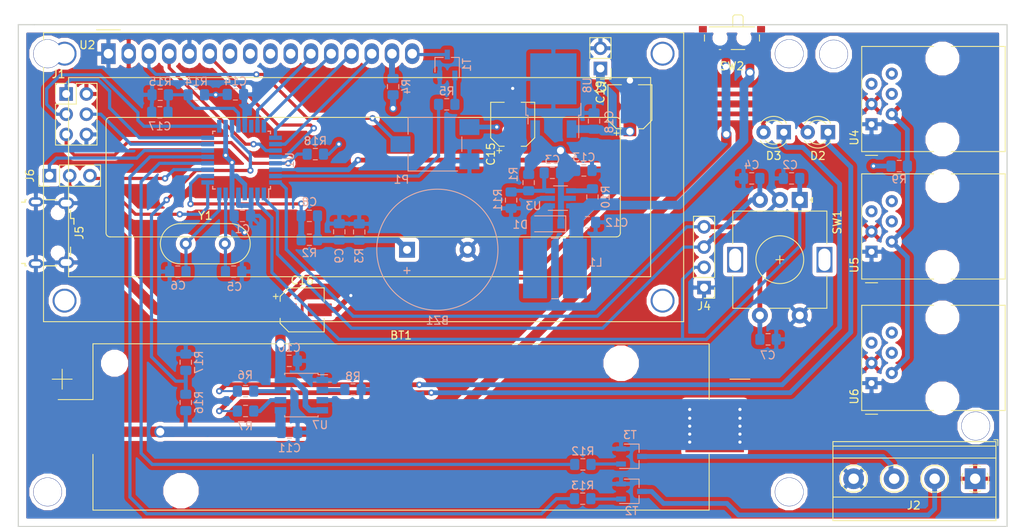
<source format=kicad_pcb>
(kicad_pcb (version 20171130) (host pcbnew "(5.0.1)-3")
  (layers (0 F.Cu signal) (31 B.Cu signal) (34 B.Paste user hide) (35 F.Paste user hide) (36 B.SilkS user) (37 F.SilkS user) (38 B.Mask user) (39 F.Mask user) (44 Edge.Cuts user))
  (net 0 "")
  (net 1 "Net-(C7-Pad2)")
  (net 2 GND)
  (net 3 "Net-(C4-Pad2)")
  (net 4 "Net-(C2-Pad2)")
  (net 5 +5V)
  (net 6 "Net-(R9-Pad2)")
  (net 7 "Net-(R5-Pad2)")
  (net 8 "Net-(R5-Pad1)")
  (net 9 "Net-(BZ1-Pad1)")
  (net 10 "Net-(C8-Pad1)")
  (net 11 "Net-(R4-Pad2)")
  (net 12 "Net-(D3-Pad1)")
  (net 13 "Net-(R7-Pad2)")
  (net 14 "Net-(R8-Pad2)")
  (net 15 +BATT)
  (net 16 "Net-(R10-Pad2)")
  (net 17 "Net-(D2-Pad1)")
  (net 18 "Net-(R6-Pad2)")
  (net 19 "Net-(P1-Pad2)")
  (net 20 "Net-(D1-Pad2)")
  (net 21 "Net-(J2-Pad2)")
  (net 22 "Net-(C10-Pad2)")
  (net 23 "Net-(C5-Pad2)")
  (net 24 "Net-(C6-Pad1)")
  (net 25 "Net-(J1-Pad4)")
  (net 26 "Net-(J1-Pad1)")
  (net 27 "Net-(J1-Pad3)")
  (net 28 "Net-(U1-Pad22)")
  (net 29 "Net-(U1-Pad23)")
  (net 30 "Net-(U1-Pad24)")
  (net 31 "Net-(U1-Pad25)")
  (net 32 "Net-(U1-Pad26)")
  (net 33 "Net-(U1-Pad27)")
  (net 34 "Net-(U1-Pad28)")
  (net 35 "Net-(J1-Pad5)")
  (net 36 "Net-(U2-Pad7)")
  (net 37 "Net-(U2-Pad8)")
  (net 38 "Net-(U2-Pad9)")
  (net 39 "Net-(U2-Pad10)")
  (net 40 "Net-(J5-Pad2)")
  (net 41 "Net-(J5-Pad3)")
  (net 42 "Net-(J5-Pad4)")
  (net 43 "Net-(C3-Pad2)")
  (net 44 "Net-(R12-Pad1)")
  (net 45 "Net-(R12-Pad2)")
  (net 46 "Net-(R13-Pad1)")
  (net 47 "Net-(R13-Pad2)")
  (net 48 "Net-(J2-Pad3)")
  (net 49 "Net-(C17-Pad1)")
  (net 50 "Net-(R16-Pad2)")
  (net 51 +VSW)
  (net 52 "Net-(T1-Pad3)")
  (net 53 +12V)
  (net 54 "Net-(J6-Pad1)")
  (net 55 "Net-(J6-Pad3)")
  (net 56 "Net-(J6-Pad2)")
  (module Connector_PinHeader_2.54mm:PinHeader_1x02_P2.54mm_Vertical (layer F.Cu) (at 181 76.5 180)
    (fp_text reference J3 (at 0 -2.33 180) (layer F.SilkS))
    (fp_text value 12V)
    (pad 1 thru_hole rect (at 0 0 180) (size 1.7 1.7) (drill 1) (layers *.Cu *.Mask) (net 53 +12V))
    (pad 2 thru_hole oval (at 0 2.54 180) (size 1.7 1.7) (drill 1) (layers *.Cu *.Mask) (net 2 GND))
  )
  (module Button_Switch_SMD:SW_SPDT_PCM12 (layer F.Cu) (at 197.5 73 180)
    (fp_text reference SW2 (at 0 -3.2 180) (layer F.SilkS))
    (fp_text value On/Off)
    (pad "" np_thru_hole circle (at -1.5 0.33 180) (size 0.9 0.9) (drill 0.9) (layers *.Cu *.Mask))
    (pad "" np_thru_hole circle (at 1.5 0.33 180) (size 0.9 0.9) (drill 0.9) (layers *.Cu *.Mask))
    (pad 1 smd rect (at -2.25 -1.43 180) (size 0.7 1.5) (layers F.Cu F.Paste F.Mask) (net 51 +VSW))
    (pad 2 smd rect (at 0.75 -1.43 180) (size 0.7 1.5) (layers F.Cu F.Paste F.Mask) (net 15 +BATT))
    (pad 3 smd rect (at 2.25 -1.43 180) (size 0.7 1.5) (layers F.Cu F.Paste F.Mask))
    (pad "" smd rect (at -3.65 1.43 180) (size 1 0.8) (layers F.Cu F.Paste F.Mask))
    (pad "" smd rect (at 3.65 1.43 180) (size 1 0.8) (layers F.Cu F.Paste F.Mask))
    (pad "" smd rect (at 3.65 -0.78 180) (size 1 0.8) (layers F.Cu F.Paste F.Mask))
    (pad "" smd rect (at -3.65 -0.78 180) (size 1 0.8) (layers F.Cu F.Paste F.Mask))
  )
  (module Connector_PinHeader_2.54mm:PinHeader_1x03_P2.54mm_Vertical (layer F.Cu) (at 111.9 89.95 90)
    (fp_text reference J6 (at 0 -2.45 90) (layer F.SilkS))
    (fp_text value FreePins)
    (pad 1 thru_hole rect (at 0 0 90) (size 1.7 1.7) (drill 1) (layers *.Cu *.Mask) (net 54 "Net-(J6-Pad1)"))
    (pad 2 thru_hole oval (at 0 2.54 90) (size 1.7 1.7) (drill 1) (layers *.Cu *.Mask) (net 56 "Net-(J6-Pad2)"))
    (pad 3 thru_hole oval (at 0 5.08 90) (size 1.7 1.7) (drill 1) (layers *.Cu *.Mask) (net 55 "Net-(J6-Pad3)"))
  )
  (module Display:WC1602A (layer F.Cu) (at 119.301001 74.640601)
    (fp_text reference U2 (at -2.651001 -1.090601) (layer F.SilkS))
    (fp_text value WC1602A)
    (pad "" thru_hole circle (at 69.5 0) (size 3 3) (drill 2.5) (layers *.Cu *.Mask))
    (pad "" thru_hole circle (at 69.49948 31.0007) (size 3 3) (drill 2.5) (layers *.Cu *.Mask))
    (pad "" thru_hole circle (at -5.4991 31.0007) (size 3 3) (drill 2.5) (layers *.Cu *.Mask))
    (pad "" thru_hole circle (at -5.4991 0) (size 3 3) (drill 2.5) (layers *.Cu *.Mask))
    (pad 16 thru_hole oval (at 38.1 0) (size 1.8 2.6) (drill 1.2) (layers *.Cu *.Mask) (net 52 "Net-(T1-Pad3)"))
    (pad 15 thru_hole oval (at 35.56 0) (size 1.8 2.6) (drill 1.2) (layers *.Cu *.Mask) (net 11 "Net-(R4-Pad2)"))
    (pad 14 thru_hole oval (at 33.02 0) (size 1.8 2.6) (drill 1.2) (layers *.Cu *.Mask) (net 32 "Net-(U1-Pad26)"))
    (pad 13 thru_hole oval (at 30.48 0) (size 1.8 2.6) (drill 1.2) (layers *.Cu *.Mask) (net 31 "Net-(U1-Pad25)"))
    (pad 12 thru_hole oval (at 27.94 0) (size 1.8 2.6) (drill 1.2) (layers *.Cu *.Mask) (net 30 "Net-(U1-Pad24)"))
    (pad 11 thru_hole oval (at 25.4 0) (size 1.8 2.6) (drill 1.2) (layers *.Cu *.Mask) (net 29 "Net-(U1-Pad23)"))
    (pad 10 thru_hole oval (at 22.86 0) (size 1.8 2.6) (drill 1.2) (layers *.Cu *.Mask) (net 39 "Net-(U2-Pad10)"))
    (pad 9 thru_hole oval (at 20.32 0) (size 1.8 2.6) (drill 1.2) (layers *.Cu *.Mask) (net 38 "Net-(U2-Pad9)"))
    (pad 8 thru_hole oval (at 17.78 0) (size 1.8 2.6) (drill 1.2) (layers *.Cu *.Mask) (net 37 "Net-(U2-Pad8)"))
    (pad 7 thru_hole oval (at 15.24 0) (size 1.8 2.6) (drill 1.2) (layers *.Cu *.Mask) (net 36 "Net-(U2-Pad7)"))
    (pad 6 thru_hole oval (at 12.7 0) (size 1.8 2.6) (drill 1.2) (layers *.Cu *.Mask) (net 34 "Net-(U1-Pad28)"))
    (pad 5 thru_hole oval (at 10.16 0) (size 1.8 2.6) (drill 1.2) (layers *.Cu *.Mask) (net 2 GND))
    (pad 4 thru_hole oval (at 7.62 0) (size 1.8 2.6) (drill 1.2) (layers *.Cu *.Mask) (net 33 "Net-(U1-Pad27)"))
    (pad 3 thru_hole oval (at 5.08 0) (size 1.8 2.6) (drill 1.2) (layers *.Cu *.Mask) (net 19 "Net-(P1-Pad2)"))
    (pad 2 thru_hole oval (at 2.54 0) (size 1.8 2.6) (drill 1.2) (layers *.Cu *.Mask) (net 5 +5V))
    (pad 1 thru_hole rect (at 0 0) (size 1.8 2.6) (drill 1.2) (layers *.Cu *.Mask) (net 2 GND))
  )
  (module Capacitor_SMD:CP_Elec_5x5.4 (layer F.Cu) (at 184.7 81.3 90)
    (fp_text reference C19 (at 1.85 -3.7 90) (layer F.SilkS))
    (fp_text value 470µ)
    (pad 1 smd rect (at -2.2 0 90) (size 3 1.6) (layers F.Cu F.Paste F.Mask) (net 53 +12V))
    (pad 2 smd rect (at 2.2 0 90) (size 3 1.6) (layers F.Cu F.Paste F.Mask) (net 2 GND))
  )
  (module Capacitor_SMD:C_0805_2012Metric_Pad1.15x1.40mm_HandSolder (layer B.Cu) (at 180.2 83.1 270)
    (fp_text reference C18 (at 0.1 -1.9 270) (layer B.SilkS) (effects (justify mirror)))
    (fp_text value 100nF)
    (pad 1 smd roundrect (at -1.025 0 270) (size 1.15 1.4) (layers B.Cu B.Paste B.Mask) (roundrect_rratio 0.217391) (net 2 GND))
    (pad 2 smd roundrect (at 1.025 0 270) (size 1.15 1.4) (layers B.Cu B.Paste B.Mask) (roundrect_rratio 0.217391) (net 53 +12V))
  )
  (module Package_TO_SOT_SMD:TO-252-2 (layer B.Cu) (at 175.1 79.9 90)
    (fp_text reference U8 (at 1.3 4.25 90) (layer B.SilkS) (effects (justify mirror)))
    (fp_text value LM7805)
    (pad 1 smd rect (at -4.2 2.28 90) (size 2.2 1.2) (layers B.Cu B.Paste B.Mask) (net 53 +12V))
    (pad 3 smd rect (at -4.2 -2.28 90) (size 2.2 1.2) (layers B.Cu B.Paste B.Mask) (net 5 +5V))
    (pad 2 smd rect (at 2.1 0 90) (size 6.4 5.8) (layers B.Cu B.Mask) (net 2 GND))
  )
  (module Battery:BatteryHolder_Keystone_1042_1x18650 (layer F.Cu) (at 156 121.5)
    (fp_text reference BT1 (at 0 -11.5) (layer F.SilkS))
    (fp_text value 18650)
    (pad "" np_thru_hole circle (at -35.93 -8) (size 2.39 2.39) (drill 2.39) (layers *.Cu *.Mask))
    (pad "" np_thru_hole circle (at -27.6 8) (size 3.45 3.45) (drill 3.45) (layers *.Cu *.Mask))
    (pad "" np_thru_hole circle (at 27.6 -8) (size 3.45 3.45) (drill 3.45) (layers *.Cu *.Mask))
    (pad 2 smd rect (at 39.33 0) (size 7.34 6.35) (layers F.Cu F.Paste F.Mask) (net 2 GND))
    (pad 1 smd rect (at -39.33 0) (size 7.34 6.35) (layers F.Cu F.Paste F.Mask) (net 15 +BATT))
  )
  (module Package_QFP:TQFP-32_7x7mm_P0.8mm (layer B.Cu) (at 136 88 90)
    (fp_text reference U1 (at 0 6.05 90) (layer B.SilkS) (effects (justify mirror)))
    (fp_text value ATmega8-16AU)
    (pad 32 smd rect (at -2.8 4.25) (size 1.6 0.55) (layers B.Cu B.Paste B.Mask) (net 1 "Net-(C7-Pad2)"))
    (pad 31 smd rect (at -2 4.25) (size 1.6 0.55) (layers B.Cu B.Paste B.Mask) (net 7 "Net-(R5-Pad2)"))
    (pad 30 smd rect (at -1.2 4.25) (size 1.6 0.55) (layers B.Cu B.Paste B.Mask) (net 6 "Net-(R9-Pad2)"))
    (pad 29 smd rect (at -0.4 4.25) (size 1.6 0.55) (layers B.Cu B.Paste B.Mask) (net 35 "Net-(J1-Pad5)"))
    (pad 28 smd rect (at 0.4 4.25) (size 1.6 0.55) (layers B.Cu B.Paste B.Mask) (net 34 "Net-(U1-Pad28)"))
    (pad 27 smd rect (at 1.2 4.25) (size 1.6 0.55) (layers B.Cu B.Paste B.Mask) (net 33 "Net-(U1-Pad27)"))
    (pad 26 smd rect (at 2 4.25) (size 1.6 0.55) (layers B.Cu B.Paste B.Mask) (net 32 "Net-(U1-Pad26)"))
    (pad 25 smd rect (at 2.8 4.25) (size 1.6 0.55) (layers B.Cu B.Paste B.Mask) (net 31 "Net-(U1-Pad25)"))
    (pad 24 smd rect (at 4.25 2.8 90) (size 1.6 0.55) (layers B.Cu B.Paste B.Mask) (net 30 "Net-(U1-Pad24)"))
    (pad 23 smd rect (at 4.25 2 90) (size 1.6 0.55) (layers B.Cu B.Paste B.Mask) (net 29 "Net-(U1-Pad23)"))
    (pad 22 smd rect (at 4.25 1.2 90) (size 1.6 0.55) (layers B.Cu B.Paste B.Mask) (net 28 "Net-(U1-Pad22)"))
    (pad 21 smd rect (at 4.25 0.4 90) (size 1.6 0.55) (layers B.Cu B.Paste B.Mask) (net 2 GND))
    (pad 20 smd rect (at 4.25 -0.4 90) (size 1.6 0.55) (layers B.Cu B.Paste B.Mask) (net 49 "Net-(C17-Pad1)"))
    (pad 19 smd rect (at 4.25 -1.2 90) (size 1.6 0.55) (layers B.Cu B.Paste B.Mask) (net 50 "Net-(R16-Pad2)"))
    (pad 18 smd rect (at 4.25 -2 90) (size 1.6 0.55) (layers B.Cu B.Paste B.Mask) (net 5 +5V))
    (pad 17 smd rect (at 4.25 -2.8 90) (size 1.6 0.55) (layers B.Cu B.Paste B.Mask) (net 27 "Net-(J1-Pad3)"))
    (pad 16 smd rect (at 2.8 -4.25) (size 1.6 0.55) (layers B.Cu B.Paste B.Mask) (net 26 "Net-(J1-Pad1)"))
    (pad 15 smd rect (at 2 -4.25) (size 1.6 0.55) (layers B.Cu B.Paste B.Mask) (net 25 "Net-(J1-Pad4)"))
    (pad 14 smd rect (at 1.2 -4.25) (size 1.6 0.55) (layers B.Cu B.Paste B.Mask) (net 54 "Net-(J6-Pad1)"))
    (pad 13 smd rect (at 0.4 -4.25) (size 1.6 0.55) (layers B.Cu B.Paste B.Mask) (net 47 "Net-(R13-Pad2)"))
    (pad 12 smd rect (at -0.4 -4.25) (size 1.6 0.55) (layers B.Cu B.Paste B.Mask) (net 45 "Net-(R12-Pad2)"))
    (pad 11 smd rect (at -1.2 -4.25) (size 1.6 0.55) (layers B.Cu B.Paste B.Mask) (net 55 "Net-(J6-Pad3)"))
    (pad 10 smd rect (at -2 -4.25) (size 1.6 0.55) (layers B.Cu B.Paste B.Mask) (net 10 "Net-(C8-Pad1)"))
    (pad 9 smd rect (at -2.8 -4.25) (size 1.6 0.55) (layers B.Cu B.Paste B.Mask) (net 56 "Net-(J6-Pad2)"))
    (pad 8 smd rect (at -4.25 -2.8 90) (size 1.6 0.55) (layers B.Cu B.Paste B.Mask) (net 24 "Net-(C6-Pad1)"))
    (pad 7 smd rect (at -4.25 -2 90) (size 1.6 0.55) (layers B.Cu B.Paste B.Mask) (net 23 "Net-(C5-Pad2)"))
    (pad 6 smd rect (at -4.25 -1.2 90) (size 1.6 0.55) (layers B.Cu B.Paste B.Mask) (net 5 +5V))
    (pad 5 smd rect (at -4.25 -0.4 90) (size 1.6 0.55) (layers B.Cu B.Paste B.Mask) (net 2 GND))
    (pad 4 smd rect (at -4.25 0.4 90) (size 1.6 0.55) (layers B.Cu B.Paste B.Mask) (net 5 +5V))
    (pad 3 smd rect (at -4.25 1.2 90) (size 1.6 0.55) (layers B.Cu B.Paste B.Mask) (net 2 GND))
    (pad 2 smd rect (at -4.25 2 90) (size 1.6 0.55) (layers B.Cu B.Paste B.Mask) (net 4 "Net-(C2-Pad2)"))
    (pad 1 smd rect (at -4.25 2.8 90) (size 1.6 0.55) (layers B.Cu B.Paste B.Mask) (net 3 "Net-(C4-Pad2)"))
  )
  (module Capacitor_SMD:C_0805_2012Metric_Pad1.15x1.40mm_HandSolder (layer B.Cu) (at 125.75 82 180)
    (fp_text reference C17 (at 0 -1.75 180) (layer B.SilkS) (effects (justify mirror)))
    (fp_text value 100n)
    (pad 1 smd roundrect (at -1.025 0 180) (size 1.15 1.4) (layers B.Cu B.Paste B.Mask) (roundrect_rratio 0.217391) (net 49 "Net-(C17-Pad1)"))
    (pad 2 smd roundrect (at 1.025 0 180) (size 1.15 1.4) (layers B.Cu B.Paste B.Mask) (roundrect_rratio 0.217391) (net 2 GND))
  )
  (module Resistor_SMD:R_0805_2012Metric_Pad1.15x1.40mm_HandSolder (layer B.Cu) (at 125.8 79.8 180)
    (fp_text reference R15 (at 0 1.65 180) (layer B.SilkS) (effects (justify mirror)))
    (fp_text value 100k)
    (pad 1 smd roundrect (at -1.025 0 180) (size 1.15 1.4) (layers B.Cu B.Paste B.Mask) (roundrect_rratio 0.217391) (net 49 "Net-(C17-Pad1)"))
    (pad 2 smd roundrect (at 1.025 0 180) (size 1.15 1.4) (layers B.Cu B.Paste B.Mask) (roundrect_rratio 0.217391) (net 2 GND))
  )
  (module Resistor_SMD:R_0805_2012Metric_Pad1.15x1.40mm_HandSolder (layer B.Cu) (at 129 118.425 90)
    (fp_text reference R16 (at 0 1.65 90) (layer B.SilkS) (effects (justify mirror)))
    (fp_text value 100k)
    (pad 2 smd roundrect (at 1.025 0 90) (size 1.15 1.4) (layers B.Cu B.Paste B.Mask) (roundrect_rratio 0.217391) (net 50 "Net-(R16-Pad2)"))
    (pad 1 smd roundrect (at -1.025 0 90) (size 1.15 1.4) (layers B.Cu B.Paste B.Mask) (roundrect_rratio 0.217391) (net 15 +BATT))
  )
  (module Resistor_SMD:R_0805_2012Metric_Pad1.15x1.40mm_HandSolder (layer B.Cu) (at 129 113.375 90)
    (fp_text reference R17 (at 0 1.65 90) (layer B.SilkS) (effects (justify mirror)))
    (fp_text value 100k)
    (pad 1 smd roundrect (at -1.025 0 90) (size 1.15 1.4) (layers B.Cu B.Paste B.Mask) (roundrect_rratio 0.217391) (net 50 "Net-(R16-Pad2)"))
    (pad 2 smd roundrect (at 1.025 0 90) (size 1.15 1.4) (layers B.Cu B.Paste B.Mask) (roundrect_rratio 0.217391) (net 2 GND))
  )
  (module Resistor_SMD:R_0805_2012Metric_Pad1.15x1.40mm_HandSolder (layer B.Cu) (at 145.25 87.25 180)
    (fp_text reference R18 (at 0 1.65 180) (layer B.SilkS) (effects (justify mirror)))
    (fp_text value 100k)
    (pad 2 smd roundrect (at 1.025 0 180) (size 1.15 1.4) (layers B.Cu B.Paste B.Mask) (roundrect_rratio 0.217391) (net 35 "Net-(J1-Pad5)"))
    (pad 1 smd roundrect (at -1.025 0 180) (size 1.15 1.4) (layers B.Cu B.Paste B.Mask) (roundrect_rratio 0.217391) (net 5 +5V))
  )
  (module Resistor_SMD:R_0805_2012Metric_Pad1.15x1.40mm_HandSolder (layer B.Cu) (at 130.325 79.8 180)
    (fp_text reference R14 (at 0 1.65 180) (layer B.SilkS) (effects (justify mirror)))
    (fp_text value 100k)
    (pad 1 smd roundrect (at -1.025 0 180) (size 1.15 1.4) (layers B.Cu B.Paste B.Mask) (roundrect_rratio 0.217391) (net 5 +5V))
    (pad 2 smd roundrect (at 1.025 0 180) (size 1.15 1.4) (layers B.Cu B.Paste B.Mask) (roundrect_rratio 0.217391) (net 49 "Net-(C17-Pad1)"))
  )
  (module Capacitor_SMD:CP_Elec_5x5.4 (layer F.Cu) (at 143.6 106.8)
    (fp_text reference C16 (at 0 -3.7) (layer F.SilkS))
    (fp_text value 47µ)
    (pad 2 smd rect (at 2.2 0) (size 3 1.6) (layers F.Cu F.Paste F.Mask) (net 2 GND))
    (pad 1 smd rect (at -2.2 0) (size 3 1.6) (layers F.Cu F.Paste F.Mask) (net 22 "Net-(C10-Pad2)"))
  )
  (module Capacitor_SMD:CP_Elec_5x5.4 (layer F.Cu) (at 170 83.5 90)
    (fp_text reference C15 (at -3.75 -2.75 90) (layer F.SilkS))
    (fp_text value 47µ)
    (pad 1 smd rect (at -2.2 0 90) (size 3 1.6) (layers F.Cu F.Paste F.Mask) (net 5 +5V))
    (pad 2 smd rect (at 2.2 0 90) (size 3 1.6) (layers F.Cu F.Paste F.Mask) (net 2 GND))
  )
  (module Capacitor_SMD:C_0805_2012Metric_Pad1.15x1.40mm_HandSolder (layer B.Cu) (at 135.225 79.75 180)
    (fp_text reference C14 (at 0 1.65 180) (layer B.SilkS) (effects (justify mirror)))
    (fp_text value 100nF)
    (pad 2 smd roundrect (at 1.025 0 180) (size 1.15 1.4) (layers B.Cu B.Paste B.Mask) (roundrect_rratio 0.217391) (net 5 +5V))
    (pad 1 smd roundrect (at -1.025 0 180) (size 1.15 1.4) (layers B.Cu B.Paste B.Mask) (roundrect_rratio 0.217391) (net 2 GND))
  )
  (module Capacitor_SMD:C_0805_2012Metric_Pad1.15x1.40mm_HandSolder (layer B.Cu) (at 178.925 89.3 180)
    (fp_text reference C13 (at 0 1.65 180) (layer B.SilkS) (effects (justify mirror)))
    (fp_text value 100nF)
    (pad 1 smd roundrect (at -1.025 0 180) (size 1.15 1.4) (layers B.Cu B.Paste B.Mask) (roundrect_rratio 0.217391) (net 2 GND))
    (pad 2 smd roundrect (at 1.025 0 180) (size 1.15 1.4) (layers B.Cu B.Paste B.Mask) (roundrect_rratio 0.217391) (net 5 +5V))
  )
  (module TerminalBlock_Phoenix:TerminalBlock_Phoenix_MKDS-1,5-4-5.08_1x04_P5.08mm_Horizontal (layer F.Cu) (at 228 128 180)
    (fp_text reference J2 (at 7.7 -3.35 180) (layer F.SilkS))
    (fp_text value Relais)
    (pad 4 thru_hole circle (at 15.24 0 180) (size 2.6 2.6) (drill 1.3) (layers *.Cu *.Mask) (net 2 GND))
    (pad 3 thru_hole circle (at 10.16 0 180) (size 2.6 2.6) (drill 1.3) (layers *.Cu *.Mask) (net 48 "Net-(J2-Pad3)"))
    (pad 2 thru_hole circle (at 5.08 0 180) (size 2.6 2.6) (drill 1.3) (layers *.Cu *.Mask) (net 21 "Net-(J2-Pad2)"))
    (pad 1 thru_hole rect (at 0 0 180) (size 2.6 2.6) (drill 1.3) (layers *.Cu *.Mask) (net 5 +5V))
  )
  (module Package_TO_SOT_SMD:TSOT-23 (layer B.Cu) (at 184.9 125.2)
    (fp_text reference T3 (at -0.2 -2.7) (layer B.SilkS) (effects (justify mirror)))
    (fp_text value BC848)
    (pad 3 smd rect (at 1.31 0) (size 1.22 0.65) (layers B.Cu B.Paste B.Mask) (net 48 "Net-(J2-Pad3)"))
    (pad 2 smd rect (at -1.31 -0.95) (size 1.22 0.65) (layers B.Cu B.Paste B.Mask) (net 2 GND))
    (pad 1 smd rect (at -1.31 0.95) (size 1.22 0.65) (layers B.Cu B.Paste B.Mask) (net 44 "Net-(R12-Pad1)"))
  )
  (module Resistor_SMD:R_0805_2012Metric_Pad1.15x1.40mm_HandSolder (layer B.Cu) (at 178.775 130.5 180)
    (fp_text reference R13 (at 0 1.65 180) (layer B.SilkS) (effects (justify mirror)))
    (fp_text value 1k)
    (pad 2 smd roundrect (at 1.025 0 180) (size 1.15 1.4) (layers B.Cu B.Paste B.Mask) (roundrect_rratio 0.217391) (net 47 "Net-(R13-Pad2)"))
    (pad 1 smd roundrect (at -1.025 0 180) (size 1.15 1.4) (layers B.Cu B.Paste B.Mask) (roundrect_rratio 0.217391) (net 46 "Net-(R13-Pad1)"))
  )
  (module Resistor_SMD:R_0805_2012Metric_Pad1.15x1.40mm_HandSolder (layer B.Cu) (at 178.8 126.2 180)
    (fp_text reference R12 (at 0 1.65 180) (layer B.SilkS) (effects (justify mirror)))
    (fp_text value 1k)
    (pad 2 smd roundrect (at 1.025 0 180) (size 1.15 1.4) (layers B.Cu B.Paste B.Mask) (roundrect_rratio 0.217391) (net 45 "Net-(R12-Pad2)"))
    (pad 1 smd roundrect (at -1.025 0 180) (size 1.15 1.4) (layers B.Cu B.Paste B.Mask) (roundrect_rratio 0.217391) (net 44 "Net-(R12-Pad1)"))
  )
  (module Buzzer_Beeper:Buzzer_15x7.5RM7.6 (layer B.Cu) (at 156.75 99.25)
    (fp_text reference BZ1 (at 3.81 8.89) (layer B.SilkS) (effects (justify mirror)))
    (fp_text value Buzzer)
    (fp_text user + (at -0.01 2.54) (layer B.SilkS) (effects (justify mirror)))
    (pad 2 thru_hole circle (at 7.6 0) (size 2 2) (drill 1) (layers *.Cu *.Mask) (net 2 GND))
    (pad 1 thru_hole rect (at 0 0) (size 2 2) (drill 1) (layers *.Cu *.Mask) (net 9 "Net-(BZ1-Pad1)"))
  )
  (module Connector_PinHeader_2.54mm:PinHeader_1x04_P2.54mm_Vertical (layer F.Cu) (at 194 104 180)
    (fp_text reference J4 (at 0 -2.33 180) (layer F.SilkS))
    (fp_text value "A B S GND")
    (pad 4 thru_hole oval (at 0 7.62 180) (size 1.7 1.7) (drill 1) (layers *.Cu *.Mask) (net 1 "Net-(C7-Pad2)"))
    (pad 3 thru_hole oval (at 0 5.08 180) (size 1.7 1.7) (drill 1) (layers *.Cu *.Mask) (net 3 "Net-(C4-Pad2)"))
    (pad 2 thru_hole oval (at 0 2.54 180) (size 1.7 1.7) (drill 1) (layers *.Cu *.Mask) (net 4 "Net-(C2-Pad2)"))
    (pad 1 thru_hole rect (at 0 0 180) (size 1.7 1.7) (drill 1) (layers *.Cu *.Mask) (net 2 GND))
  )
  (module Connector_RJ:RJ12_Amphenol_54601 (layer F.Cu) (at 215 83.5 90)
    (fp_text reference U4 (at -1.67 -2.16 90) (layer F.SilkS))
    (fp_text value DS18B20)
    (pad 1 thru_hole rect (at 0 0 90) (size 1.52 1.52) (drill 0.76) (layers *.Cu *.Mask) (net 2 GND))
    (pad "" np_thru_hole circle (at -1.91 8.89 90) (size 3.25 3.25) (drill 3.25) (layers *.Cu *.Mask))
    (pad 2 thru_hole circle (at 1.27 2.54 90) (size 1.52 1.52) (drill 0.76) (layers *.Cu *.Mask) (net 6 "Net-(R9-Pad2)"))
    (pad 3 thru_hole circle (at 2.54 0 90) (size 1.52 1.52) (drill 0.76) (layers *.Cu *.Mask) (net 5 +5V))
    (pad 4 thru_hole circle (at 3.81 2.54 90) (size 1.52 1.52) (drill 0.76) (layers *.Cu *.Mask))
    (pad 5 thru_hole circle (at 5.08 0 90) (size 1.52 1.52) (drill 0.76) (layers *.Cu *.Mask))
    (pad 6 thru_hole circle (at 6.35 2.54 90) (size 1.52 1.52) (drill 0.76) (layers *.Cu *.Mask))
    (pad "" np_thru_hole circle (at 8.25 8.89 90) (size 3.25 3.25) (drill 3.25) (layers *.Cu *.Mask))
  )
  (module Connector_RJ:RJ12_Amphenol_54601 (layer F.Cu) (at 215 99.5 90)
    (fp_text reference U5 (at -1.67 -2.16 90) (layer F.SilkS))
    (fp_text value DS18B20)
    (pad 1 thru_hole rect (at 0 0 90) (size 1.52 1.52) (drill 0.76) (layers *.Cu *.Mask) (net 2 GND))
    (pad "" np_thru_hole circle (at -1.91 8.89 90) (size 3.25 3.25) (drill 3.25) (layers *.Cu *.Mask))
    (pad 2 thru_hole circle (at 1.27 2.54 90) (size 1.52 1.52) (drill 0.76) (layers *.Cu *.Mask) (net 6 "Net-(R9-Pad2)"))
    (pad 3 thru_hole circle (at 2.54 0 90) (size 1.52 1.52) (drill 0.76) (layers *.Cu *.Mask) (net 5 +5V))
    (pad 4 thru_hole circle (at 3.81 2.54 90) (size 1.52 1.52) (drill 0.76) (layers *.Cu *.Mask))
    (pad 5 thru_hole circle (at 5.08 0 90) (size 1.52 1.52) (drill 0.76) (layers *.Cu *.Mask))
    (pad 6 thru_hole circle (at 6.35 2.54 90) (size 1.52 1.52) (drill 0.76) (layers *.Cu *.Mask))
    (pad "" np_thru_hole circle (at 8.25 8.89 90) (size 3.25 3.25) (drill 3.25) (layers *.Cu *.Mask))
  )
  (module Connector_RJ:RJ12_Amphenol_54601 (layer F.Cu) (at 215 116 90)
    (fp_text reference U6 (at -1.67 -2.16 90) (layer F.SilkS))
    (fp_text value DS18B20)
    (pad 1 thru_hole rect (at 0 0 90) (size 1.52 1.52) (drill 0.76) (layers *.Cu *.Mask) (net 2 GND))
    (pad "" np_thru_hole circle (at -1.91 8.89 90) (size 3.25 3.25) (drill 3.25) (layers *.Cu *.Mask))
    (pad 2 thru_hole circle (at 1.27 2.54 90) (size 1.52 1.52) (drill 0.76) (layers *.Cu *.Mask) (net 6 "Net-(R9-Pad2)"))
    (pad 3 thru_hole circle (at 2.54 0 90) (size 1.52 1.52) (drill 0.76) (layers *.Cu *.Mask) (net 5 +5V))
    (pad 4 thru_hole circle (at 3.81 2.54 90) (size 1.52 1.52) (drill 0.76) (layers *.Cu *.Mask))
    (pad 5 thru_hole circle (at 5.08 0 90) (size 1.52 1.52) (drill 0.76) (layers *.Cu *.Mask))
    (pad 6 thru_hole circle (at 6.35 2.54 90) (size 1.52 1.52) (drill 0.76) (layers *.Cu *.Mask))
    (pad "" np_thru_hole circle (at 8.25 8.89 90) (size 3.25 3.25) (drill 3.25) (layers *.Cu *.Mask))
  )
  (module Inductor_SMD:L_Wuerth_WE-PD2-Typ-L (layer B.Cu) (at 175.3 101.6 180)
    (fp_text reference L1 (at -5.1 0.75 180) (layer B.SilkS) (effects (justify mirror)))
    (fp_text value 4,7µH)
    (pad 2 smd rect (at 2.5 0 180) (size 3 7.5) (layers B.Cu B.Paste B.Mask) (net 20 "Net-(D1-Pad2)"))
    (pad 1 smd rect (at -2.5 0 180) (size 3 7.5) (layers B.Cu B.Paste B.Mask) (net 51 +VSW))
  )
  (module Diode_SMD:D_SOD-123 (layer B.Cu) (at 174.4 96 180)
    (fp_text reference D1 (at 3.45 -0.1 180) (layer B.SilkS) (effects (justify mirror)))
    (fp_text value MBR0520L)
    (pad 2 smd rect (at 1.65 0 180) (size 0.9 1.2) (layers B.Cu B.Paste B.Mask) (net 20 "Net-(D1-Pad2)"))
    (pad 1 smd rect (at -1.65 0 180) (size 0.9 1.2) (layers B.Cu B.Paste B.Mask) (net 5 +5V))
  )
  (module Connector_USB:USB_Micro-B_Wuerth_629105150521 (layer F.Cu) (at 112.15 97.125 270)
    (fp_text reference J5 (at 0 -3.5 270) (layer F.SilkS))
    (fp_text value USB_B_Micro)
    (pad "" np_thru_hole oval (at 2.5 -0.8 270) (size 0.8 0.8) (drill 0.8) (layers *.Cu *.Mask))
    (pad "" np_thru_hole oval (at -2.5 -0.8 270) (size 0.8 0.8) (drill 0.8) (layers *.Cu *.Mask))
    (pad 6 thru_hole oval (at 3.875 1.95 270) (size 1.15 1.8) (drill oval 0.55 1.2) (layers *.Cu *.Mask) (net 2 GND))
    (pad 6 thru_hole oval (at -3.875 1.95 270) (size 1.15 1.8) (drill oval 0.55 1.2) (layers *.Cu *.Mask) (net 2 GND))
    (pad 6 thru_hole oval (at 3.725 -1.85 270) (size 1.45 2) (drill oval 0.85 1.4) (layers *.Cu *.Mask) (net 2 GND))
    (pad 6 thru_hole oval (at -3.725 -1.85 270) (size 1.45 2) (drill oval 0.85 1.4) (layers *.Cu *.Mask) (net 2 GND))
    (pad 5 smd rect (at 1.3 -1.9 270) (size 0.45 1.3) (layers F.Cu F.Paste F.Mask) (net 2 GND))
    (pad 4 smd rect (at 0.65 -1.9 270) (size 0.45 1.3) (layers F.Cu F.Paste F.Mask) (net 42 "Net-(J5-Pad4)"))
    (pad 3 smd rect (at 0 -1.9 270) (size 0.45 1.3) (layers F.Cu F.Paste F.Mask) (net 41 "Net-(J5-Pad3)"))
    (pad 2 smd rect (at -0.65 -1.9 270) (size 0.45 1.3) (layers F.Cu F.Paste F.Mask) (net 40 "Net-(J5-Pad2)"))
    (pad 1 smd rect (at -1.3 -1.9 270) (size 0.45 1.3) (layers F.Cu F.Paste F.Mask) (net 22 "Net-(C10-Pad2)"))
  )
  (module Capacitor_SMD:C_0805_2012Metric_Pad1.15x1.40mm_HandSolder (layer B.Cu) (at 174.975 89.6 180)
    (fp_text reference C3 (at 0 1.65 180) (layer B.SilkS) (effects (justify mirror)))
    (fp_text value 100pF)
    (pad 2 smd roundrect (at 1.025 0 180) (size 1.15 1.4) (layers B.Cu B.Paste B.Mask) (roundrect_rratio 0.217391) (net 43 "Net-(C3-Pad2)"))
    (pad 1 smd roundrect (at -1.025 0 180) (size 1.15 1.4) (layers B.Cu B.Paste B.Mask) (roundrect_rratio 0.217391) (net 5 +5V))
  )
  (module Capacitor_SMD:C_0805_2012Metric_Pad1.15x1.40mm_HandSolder (layer B.Cu) (at 179.375 95.8)
    (fp_text reference C12 (at 3.675 0.05) (layer B.SilkS) (effects (justify mirror)))
    (fp_text value 4,7µF)
    (pad 2 smd roundrect (at 1.025 0) (size 1.15 1.4) (layers B.Cu B.Paste B.Mask) (roundrect_rratio 0.217391) (net 2 GND))
    (pad 1 smd roundrect (at -1.025 0) (size 1.15 1.4) (layers B.Cu B.Paste B.Mask) (roundrect_rratio 0.217391) (net 51 +VSW))
  )
  (module Capacitor_SMD:C_0805_2012Metric_Pad1.15x1.40mm_HandSolder (layer B.Cu) (at 142 122.2 180)
    (fp_text reference C11 (at 0 -1.95 180) (layer B.SilkS) (effects (justify mirror)))
    (fp_text value 10µF)
    (pad 2 smd roundrect (at 1.025 0 180) (size 1.15 1.4) (layers B.Cu B.Paste B.Mask) (roundrect_rratio 0.217391) (net 15 +BATT))
    (pad 1 smd roundrect (at -1.025 0 180) (size 1.15 1.4) (layers B.Cu B.Paste B.Mask) (roundrect_rratio 0.217391) (net 2 GND))
  )
  (module Capacitor_SMD:C_0805_2012Metric_Pad1.15x1.40mm_HandSolder (layer B.Cu) (at 148.25 97 90)
    (fp_text reference C9 (at -3 0 90) (layer B.SilkS) (effects (justify mirror)))
    (fp_text value C)
    (pad 2 smd roundrect (at 1.025 0 90) (size 1.15 1.4) (layers B.Cu B.Paste B.Mask) (roundrect_rratio 0.217391) (net 2 GND))
    (pad 1 smd roundrect (at -1.025 0 90) (size 1.15 1.4) (layers B.Cu B.Paste B.Mask) (roundrect_rratio 0.217391) (net 9 "Net-(BZ1-Pad1)"))
  )
  (module Capacitor_SMD:C_0805_2012Metric_Pad1.15x1.40mm_HandSolder (layer B.Cu) (at 202.025 110.5 180)
    (fp_text reference C7 (at 0.025 -2 180) (layer B.SilkS) (effects (justify mirror)))
    (fp_text value 100nF)
    (pad 2 smd roundrect (at 1.025 0 180) (size 1.15 1.4) (layers B.Cu B.Paste B.Mask) (roundrect_rratio 0.217391) (net 1 "Net-(C7-Pad2)"))
    (pad 1 smd roundrect (at -1.025 0 180) (size 1.15 1.4) (layers B.Cu B.Paste B.Mask) (roundrect_rratio 0.217391) (net 2 GND))
  )
  (module Capacitor_SMD:C_0805_2012Metric_Pad1.15x1.40mm_HandSolder (layer B.Cu) (at 128 102 180)
    (fp_text reference C6 (at -0.05 -1.75 180) (layer B.SilkS) (effects (justify mirror)))
    (fp_text value 22pF)
    (pad 2 smd roundrect (at 1.025 0 180) (size 1.15 1.4) (layers B.Cu B.Paste B.Mask) (roundrect_rratio 0.217391) (net 2 GND))
    (pad 1 smd roundrect (at -1.025 0 180) (size 1.15 1.4) (layers B.Cu B.Paste B.Mask) (roundrect_rratio 0.217391) (net 24 "Net-(C6-Pad1)"))
  )
  (module Capacitor_SMD:C_0805_2012Metric_Pad1.15x1.40mm_HandSolder (layer B.Cu) (at 135 102 180)
    (fp_text reference C5 (at -0.1 -1.9 180) (layer B.SilkS) (effects (justify mirror)))
    (fp_text value 22pF)
    (pad 2 smd roundrect (at 1.025 0 180) (size 1.15 1.4) (layers B.Cu B.Paste B.Mask) (roundrect_rratio 0.217391) (net 23 "Net-(C5-Pad2)"))
    (pad 1 smd roundrect (at -1.025 0 180) (size 1.15 1.4) (layers B.Cu B.Paste B.Mask) (roundrect_rratio 0.217391) (net 2 GND))
  )
  (module Capacitor_SMD:C_0805_2012Metric_Pad1.15x1.40mm_HandSolder (layer B.Cu) (at 199.975 90.3)
    (fp_text reference C4 (at 0 -1.7) (layer B.SilkS) (effects (justify mirror)))
    (fp_text value 100nF)
    (pad 2 smd roundrect (at 1.025 0) (size 1.15 1.4) (layers B.Cu B.Paste B.Mask) (roundrect_rratio 0.217391) (net 3 "Net-(C4-Pad2)"))
    (pad 1 smd roundrect (at -1.025 0) (size 1.15 1.4) (layers B.Cu B.Paste B.Mask) (roundrect_rratio 0.217391) (net 2 GND))
  )
  (module Capacitor_SMD:C_0805_2012Metric_Pad1.15x1.40mm_HandSolder (layer B.Cu) (at 204.975 90.3)
    (fp_text reference C2 (at -0.175 -1.7) (layer B.SilkS) (effects (justify mirror)))
    (fp_text value 100nF)
    (pad 2 smd roundrect (at 1.025 0) (size 1.15 1.4) (layers B.Cu B.Paste B.Mask) (roundrect_rratio 0.217391) (net 4 "Net-(C2-Pad2)"))
    (pad 1 smd roundrect (at -1.025 0) (size 1.15 1.4) (layers B.Cu B.Paste B.Mask) (roundrect_rratio 0.217391) (net 2 GND))
  )
  (module Capacitor_SMD:C_0805_2012Metric_Pad1.15x1.40mm_HandSolder (layer B.Cu) (at 136.1 95)
    (fp_text reference C1 (at 0 1.65) (layer B.SilkS) (effects (justify mirror)))
    (fp_text value 4,7µF)
    (pad 2 smd roundrect (at 1.025 0) (size 1.15 1.4) (layers B.Cu B.Paste B.Mask) (roundrect_rratio 0.217391) (net 2 GND))
    (pad 1 smd roundrect (at -1.025 0) (size 1.15 1.4) (layers B.Cu B.Paste B.Mask) (roundrect_rratio 0.217391) (net 5 +5V))
  )
  (module Capacitor_SMD:C_0805_2012Metric_Pad1.15x1.40mm_HandSolder (layer B.Cu) (at 144.5 95)
    (fp_text reference C8 (at 0 -1.75) (layer B.SilkS) (effects (justify mirror)))
    (fp_text value C)
    (pad 2 smd roundrect (at 1.025 0) (size 1.15 1.4) (layers B.Cu B.Paste B.Mask) (roundrect_rratio 0.217391) (net 9 "Net-(BZ1-Pad1)"))
    (pad 1 smd roundrect (at -1.025 0) (size 1.15 1.4) (layers B.Cu B.Paste B.Mask) (roundrect_rratio 0.217391) (net 10 "Net-(C8-Pad1)"))
  )
  (module Capacitor_SMD:C_0805_2012Metric_Pad1.15x1.40mm_HandSolder (layer B.Cu) (at 141.975 113.2 180)
    (fp_text reference C10 (at 0 1.65 180) (layer B.SilkS) (effects (justify mirror)))
    (fp_text value 100µF)
    (pad 2 smd roundrect (at 1.025 0 180) (size 1.15 1.4) (layers B.Cu B.Paste B.Mask) (roundrect_rratio 0.217391) (net 22 "Net-(C10-Pad2)"))
    (pad 1 smd roundrect (at -1.025 0 180) (size 1.15 1.4) (layers B.Cu B.Paste B.Mask) (roundrect_rratio 0.217391) (net 2 GND))
  )
  (module Connector_PinHeader_2.54mm:PinHeader_2x03_P2.54mm_Vertical (layer F.Cu) (at 114 79.7)
    (fp_text reference J1 (at -0.95 -2.5) (layer F.SilkS))
    (fp_text value AVR-ISP-6)
    (pad 6 thru_hole oval (at 2.54 5.08) (size 1.7 1.7) (drill 1) (layers *.Cu *.Mask) (net 2 GND))
    (pad 5 thru_hole oval (at 0 5.08) (size 1.7 1.7) (drill 1) (layers *.Cu *.Mask) (net 35 "Net-(J1-Pad5)"))
    (pad 4 thru_hole oval (at 2.54 2.54) (size 1.7 1.7) (drill 1) (layers *.Cu *.Mask) (net 25 "Net-(J1-Pad4)"))
    (pad 3 thru_hole oval (at 0 2.54) (size 1.7 1.7) (drill 1) (layers *.Cu *.Mask) (net 27 "Net-(J1-Pad3)"))
    (pad 2 thru_hole oval (at 2.54 0) (size 1.7 1.7) (drill 1) (layers *.Cu *.Mask) (net 5 +5V))
    (pad 1 thru_hole rect (at 0 0) (size 1.7 1.7) (drill 1) (layers *.Cu *.Mask) (net 26 "Net-(J1-Pad1)"))
  )
  (module Crystal:Crystal_HC18-U_Vertical (layer F.Cu) (at 129 98.5)
    (fp_text reference Y1 (at 2.45 -3.525) (layer F.SilkS))
    (fp_text value 10MHz)
    (pad 2 thru_hole circle (at 4.9 0) (size 1.5 1.5) (drill 0.8) (layers *.Cu *.Mask) (net 23 "Net-(C5-Pad2)"))
    (pad 1 thru_hole circle (at 0 0) (size 1.5 1.5) (drill 0.8) (layers *.Cu *.Mask) (net 24 "Net-(C6-Pad1)"))
  )
  (module LED_THT:LED_D3.0mm (layer F.Cu) (at 204 84.5 180)
    (fp_text reference D3 (at 1.27 -2.96 180) (layer F.SilkS))
    (fp_text value RED)
    (pad 2 thru_hole circle (at 2.54 0 180) (size 1.8 1.8) (drill 0.9) (layers *.Cu *.Mask) (net 22 "Net-(C10-Pad2)"))
    (pad 1 thru_hole rect (at 0 0 180) (size 1.8 1.8) (drill 0.9) (layers *.Cu *.Mask) (net 12 "Net-(D3-Pad1)"))
  )
  (module LED_THT:LED_D3.0mm (layer F.Cu) (at 209.54 84.5 180)
    (fp_text reference D2 (at 1.27 -2.96 180) (layer F.SilkS))
    (fp_text value GREEN)
    (pad 2 thru_hole circle (at 2.54 0 180) (size 1.8 1.8) (drill 0.9) (layers *.Cu *.Mask) (net 22 "Net-(C10-Pad2)"))
    (pad 1 thru_hole rect (at 0 0 180) (size 1.8 1.8) (drill 0.9) (layers *.Cu *.Mask) (net 17 "Net-(D2-Pad1)"))
  )
  (module Package_SO:SSOP-8_3.95x5.21x3.27mm_P1.27mm (layer B.Cu) (at 143.5 117.5 180)
    (fp_text reference U7 (at -2.35 -3.75 180) (layer B.SilkS) (effects (justify mirror)))
    (fp_text value TP4056)
    (pad 1 smd rect (at -2.625 1.905 180) (size 1.45 0.8) (layers B.Cu B.Paste B.Mask) (net 2 GND))
    (pad 2 smd rect (at -2.625 0.635 180) (size 1.45 0.8) (layers B.Cu B.Paste B.Mask) (net 14 "Net-(R8-Pad2)"))
    (pad 3 smd rect (at -2.625 -0.635 180) (size 1.45 0.8) (layers B.Cu B.Paste B.Mask) (net 2 GND))
    (pad 4 smd rect (at -2.625 -1.905 180) (size 1.45 0.8) (layers B.Cu B.Paste B.Mask) (net 22 "Net-(C10-Pad2)"))
    (pad 8 smd rect (at 2.625 1.905 180) (size 1.45 0.8) (layers B.Cu B.Paste B.Mask) (net 22 "Net-(C10-Pad2)"))
    (pad 7 smd rect (at 2.625 0.635 180) (size 1.45 0.8) (layers B.Cu B.Paste B.Mask) (net 18 "Net-(R6-Pad2)"))
    (pad 6 smd rect (at 2.625 -0.635 180) (size 1.45 0.8) (layers B.Cu B.Paste B.Mask) (net 13 "Net-(R7-Pad2)"))
    (pad 5 smd rect (at 2.625 -1.905 180) (size 1.45 0.8) (layers B.Cu B.Paste B.Mask) (net 15 +BATT))
  )
  (module Package_TO_SOT_SMD:TSOT-23 (layer B.Cu) (at 184.9 129.6)
    (fp_text reference T2 (at 0 2.45) (layer B.SilkS) (effects (justify mirror)))
    (fp_text value BC848)
    (pad 3 smd rect (at 1.31 0) (size 1.22 0.65) (layers B.Cu B.Paste B.Mask) (net 21 "Net-(J2-Pad2)"))
    (pad 2 smd rect (at -1.31 -0.95) (size 1.22 0.65) (layers B.Cu B.Paste B.Mask) (net 2 GND))
    (pad 1 smd rect (at -1.31 0.95) (size 1.22 0.65) (layers B.Cu B.Paste B.Mask) (net 46 "Net-(R13-Pad1)"))
  )
  (module Package_TO_SOT_SMD:TSOT-23 (layer B.Cu) (at 161.8 76.06 90)
    (fp_text reference T1 (at 0 2.45 90) (layer B.SilkS) (effects (justify mirror)))
    (fp_text value BC848)
    (pad 3 smd rect (at 1.31 0 90) (size 1.22 0.65) (layers B.Cu B.Paste B.Mask) (net 52 "Net-(T1-Pad3)"))
    (pad 2 smd rect (at -1.31 -0.95 90) (size 1.22 0.65) (layers B.Cu B.Paste B.Mask) (net 2 GND))
    (pad 1 smd rect (at -1.31 0.95 90) (size 1.22 0.65) (layers B.Cu B.Paste B.Mask) (net 8 "Net-(R5-Pad1)"))
  )
  (module Package_TO_SOT_SMD:TSOT-23-6 (layer B.Cu) (at 176 92.8)
    (fp_text reference U3 (at -3.4 0.95) (layer B.SilkS) (effects (justify mirror)))
    (fp_text value LTC3400-1)
    (pad 6 smd rect (at 1.31 0.95) (size 1.22 0.65) (layers B.Cu B.Paste B.Mask) (net 51 +VSW))
    (pad 5 smd rect (at 1.31 0) (size 1.22 0.65) (layers B.Cu B.Paste B.Mask) (net 5 +5V))
    (pad 4 smd rect (at 1.31 -0.95) (size 1.22 0.65) (layers B.Cu B.Paste B.Mask) (net 16 "Net-(R10-Pad2)"))
    (pad 3 smd rect (at -1.31 -0.95) (size 1.22 0.65) (layers B.Cu B.Paste B.Mask) (net 43 "Net-(C3-Pad2)"))
    (pad 2 smd rect (at -1.31 0) (size 1.22 0.65) (layers B.Cu B.Paste B.Mask) (net 2 GND))
    (pad 1 smd rect (at -1.31 0.95) (size 1.22 0.65) (layers B.Cu B.Paste B.Mask) (net 20 "Net-(D1-Pad2)"))
  )
  (module Potentiometer_SMD:Potentiometer_ACP_CA6-VSMD_Vertical (layer B.Cu) (at 160.25 86 180)
    (fp_text reference P1 (at 4.2 -4.45 180) (layer B.SilkS) (effects (justify mirror)))
    (fp_text value 100k)
    (pad 1 smd rect (at -4.325 -2.15 180) (size 2.5 2) (layers B.Cu B.Paste B.Mask) (net 2 GND))
    (pad 2 smd rect (at 4.325 0 180) (size 2.5 2) (layers B.Cu B.Paste B.Mask) (net 19 "Net-(P1-Pad2)"))
    (pad 3 smd rect (at -4.325 2.15 180) (size 2.5 2) (layers B.Cu B.Paste B.Mask) (net 5 +5V))
  )
  (module Resistor_SMD:R_0805_2012Metric_Pad1.15x1.40mm_HandSolder (layer B.Cu) (at 136.5 117)
    (fp_text reference R6 (at -0.05 -2) (layer B.SilkS) (effects (justify mirror)))
    (fp_text value 1k)
    (pad 2 smd roundrect (at 1.025 0) (size 1.15 1.4) (layers B.Cu B.Paste B.Mask) (roundrect_rratio 0.217391) (net 18 "Net-(R6-Pad2)"))
    (pad 1 smd roundrect (at -1.025 0) (size 1.15 1.4) (layers B.Cu B.Paste B.Mask) (roundrect_rratio 0.217391) (net 12 "Net-(D3-Pad1)"))
  )
  (module Resistor_SMD:R_0805_2012Metric_Pad1.15x1.40mm_HandSolder (layer B.Cu) (at 169.8 93.025 270)
    (fp_text reference R11 (at 0 1.65 270) (layer B.SilkS) (effects (justify mirror)))
    (fp_text value 332k)
    (pad 2 smd roundrect (at 1.025 0 270) (size 1.15 1.4) (layers B.Cu B.Paste B.Mask) (roundrect_rratio 0.217391) (net 2 GND))
    (pad 1 smd roundrect (at -1.025 0 270) (size 1.15 1.4) (layers B.Cu B.Paste B.Mask) (roundrect_rratio 0.217391) (net 43 "Net-(C3-Pad2)"))
  )
  (module Resistor_SMD:R_0805_2012Metric_Pad1.15x1.40mm_HandSolder (layer B.Cu) (at 180 92.625 90)
    (fp_text reference R10 (at 0 1.65 90) (layer B.SilkS) (effects (justify mirror)))
    (fp_text value 1M)
    (pad 2 smd roundrect (at 1.025 0 90) (size 1.15 1.4) (layers B.Cu B.Paste B.Mask) (roundrect_rratio 0.217391) (net 16 "Net-(R10-Pad2)"))
    (pad 1 smd roundrect (at -1.025 0 90) (size 1.15 1.4) (layers B.Cu B.Paste B.Mask) (roundrect_rratio 0.217391) (net 51 +VSW))
  )
  (module Resistor_SMD:R_0805_2012Metric_Pad1.15x1.40mm_HandSolder (layer B.Cu) (at 149.975 116.8 180)
    (fp_text reference R8 (at 0 1.65 180) (layer B.SilkS) (effects (justify mirror)))
    (fp_text value 1,2k)
    (pad 2 smd roundrect (at 1.025 0 180) (size 1.15 1.4) (layers B.Cu B.Paste B.Mask) (roundrect_rratio 0.217391) (net 14 "Net-(R8-Pad2)"))
    (pad 1 smd roundrect (at -1.025 0 180) (size 1.15 1.4) (layers B.Cu B.Paste B.Mask) (roundrect_rratio 0.217391) (net 2 GND))
  )
  (module Resistor_SMD:R_0805_2012Metric_Pad1.15x1.40mm_HandSolder (layer B.Cu) (at 136.5 119.5)
    (fp_text reference R7 (at -0.05 1.9) (layer B.SilkS) (effects (justify mirror)))
    (fp_text value 1k)
    (pad 2 smd roundrect (at 1.025 0) (size 1.15 1.4) (layers B.Cu B.Paste B.Mask) (roundrect_rratio 0.217391) (net 13 "Net-(R7-Pad2)"))
    (pad 1 smd roundrect (at -1.025 0) (size 1.15 1.4) (layers B.Cu B.Paste B.Mask) (roundrect_rratio 0.217391) (net 17 "Net-(D2-Pad1)"))
  )
  (module Resistor_SMD:R_0805_2012Metric_Pad1.15x1.40mm_HandSolder (layer B.Cu) (at 155 78.775 90)
    (fp_text reference R4 (at 0 1.65 90) (layer B.SilkS) (effects (justify mirror)))
    (fp_text value 220)
    (pad 2 smd roundrect (at 1.025 0 90) (size 1.15 1.4) (layers B.Cu B.Paste B.Mask) (roundrect_rratio 0.217391) (net 11 "Net-(R4-Pad2)"))
    (pad 1 smd roundrect (at -1.025 0 90) (size 1.15 1.4) (layers B.Cu B.Paste B.Mask) (roundrect_rratio 0.217391) (net 5 +5V))
  )
  (module Resistor_SMD:R_0805_2012Metric_Pad1.15x1.40mm_HandSolder (layer B.Cu) (at 172 90.825 270)
    (fp_text reference R1 (at -1.025 1.9 270) (layer B.SilkS) (effects (justify mirror)))
    (fp_text value 1,02M)
    (pad 2 smd roundrect (at 1.025 0 270) (size 1.15 1.4) (layers B.Cu B.Paste B.Mask) (roundrect_rratio 0.217391) (net 43 "Net-(C3-Pad2)"))
    (pad 1 smd roundrect (at -1.025 0 270) (size 1.15 1.4) (layers B.Cu B.Paste B.Mask) (roundrect_rratio 0.217391) (net 5 +5V))
  )
  (module Resistor_SMD:R_0805_2012Metric_Pad1.15x1.40mm_HandSolder (layer B.Cu) (at 144.5 98)
    (fp_text reference R2 (at 0 1.65) (layer B.SilkS) (effects (justify mirror)))
    (fp_text value R)
    (pad 2 smd roundrect (at 1.025 0) (size 1.15 1.4) (layers B.Cu B.Paste B.Mask) (roundrect_rratio 0.217391) (net 9 "Net-(BZ1-Pad1)"))
    (pad 1 smd roundrect (at -1.025 0) (size 1.15 1.4) (layers B.Cu B.Paste B.Mask) (roundrect_rratio 0.217391) (net 10 "Net-(C8-Pad1)"))
  )
  (module Resistor_SMD:R_0805_2012Metric_Pad1.15x1.40mm_HandSolder (layer B.Cu) (at 150.75 97.025 90)
    (fp_text reference R3 (at -2.975 0 90) (layer B.SilkS) (effects (justify mirror)))
    (fp_text value R)
    (pad 2 smd roundrect (at 1.025 0 90) (size 1.15 1.4) (layers B.Cu B.Paste B.Mask) (roundrect_rratio 0.217391) (net 2 GND))
    (pad 1 smd roundrect (at -1.025 0 90) (size 1.15 1.4) (layers B.Cu B.Paste B.Mask) (roundrect_rratio 0.217391) (net 9 "Net-(BZ1-Pad1)"))
  )
  (module Resistor_SMD:R_0805_2012Metric_Pad1.15x1.40mm_HandSolder (layer B.Cu) (at 161.725 81 180)
    (fp_text reference R5 (at 0 1.65 180) (layer B.SilkS) (effects (justify mirror)))
    (fp_text value 1k)
    (pad 2 smd roundrect (at 1.025 0 180) (size 1.15 1.4) (layers B.Cu B.Paste B.Mask) (roundrect_rratio 0.217391) (net 7 "Net-(R5-Pad2)"))
    (pad 1 smd roundrect (at -1.025 0 180) (size 1.15 1.4) (layers B.Cu B.Paste B.Mask) (roundrect_rratio 0.217391) (net 8 "Net-(R5-Pad1)"))
  )
  (module Resistor_SMD:R_0805_2012Metric_Pad1.15x1.40mm_HandSolder (layer B.Cu) (at 218.475 88.75)
    (fp_text reference R9 (at 0 1.65) (layer B.SilkS) (effects (justify mirror)))
    (fp_text value 4,7k)
    (pad 2 smd roundrect (at 1.025 0) (size 1.15 1.4) (layers B.Cu B.Paste B.Mask) (roundrect_rratio 0.217391) (net 6 "Net-(R9-Pad2)"))
    (pad 1 smd roundrect (at -1.025 0) (size 1.15 1.4) (layers B.Cu B.Paste B.Mask) (roundrect_rratio 0.217391) (net 5 +5V))
  )
  (module Rotary_Encoder:RotaryEncoder_Alps_EC11E-Switch_Vertical_H20mm (layer F.Cu) (at 206 93 270)
    (fp_text reference SW1 (at 2.8 -4.7 270) (layer F.SilkS))
    (fp_text value Rotary)
    (pad A thru_hole rect (at 0 0 270) (size 2 2) (drill 1) (layers *.Cu *.Mask) (net 4 "Net-(C2-Pad2)"))
    (pad C thru_hole circle (at 0 2.5 270) (size 2 2) (drill 1) (layers *.Cu *.Mask) (net 2 GND))
    (pad B thru_hole circle (at 0 5 270) (size 2 2) (drill 1) (layers *.Cu *.Mask) (net 3 "Net-(C4-Pad2)"))
    (pad MP thru_hole rect (at 7.5 -3.1 270) (size 3.2 2) (drill oval 2.8 1.5) (layers *.Cu *.Mask))
    (pad MP thru_hole rect (at 7.5 8.1 270) (size 3.2 2) (drill oval 2.8 1.5) (layers *.Cu *.Mask))
    (pad S2 thru_hole circle (at 14.5 0 270) (size 2 2) (drill 1) (layers *.Cu *.Mask) (net 2 GND))
    (pad S1 thru_hole circle (at 14.5 5 270) (size 2 2) (drill 1) (layers *.Cu *.Mask) (net 1 "Net-(C7-Pad2)"))
  )
  (gr_line (start 108 134) (end 110 134) (layer Edge.Cuts) (width 0.15))
  (gr_line (start 108 71) (end 108 134) (layer Edge.Cuts) (width 0.15))
  (gr_line (start 110 71) (end 108 71) (layer Edge.Cuts) (width 0.15))
  (gr_line (start 110 71) (end 232 71) (layer Edge.Cuts) (width 0.15))
  (gr_line (start 110 134) (end 232 134) (layer Edge.Cuts) (width 0.15))
  (gr_line (start 232 134) (end 232 71) (layer Edge.Cuts) (width 0.15))
  (via (at 210.25 74.7) (size 3.6) (drill 3.5) (layers F.Cu B.Cu) (net 0))
  (via (at 204.67456 74.65) (size 3.6) (drill 3.5) (layers F.Cu B.Cu) (net 0))
  (via (at 111.675 129.6537) (size 3.6) (drill 3.5) (layers F.Cu B.Cu) (net 0))
  (via (at 204.67456 129.65116) (size 3.6) (drill 3.5) (layers F.Cu B.Cu) (net 0))
  (via (at 111.675 74.65) (size 3.6) (drill 3.5) (layers F.Cu B.Cu) (net 0))
  (via (at 228.07 121.38) (size 3.6) (drill 3.5) (layers F.Cu B.Cu) (net 0))
  (segment (start 117.7 76.35) (end 118.65 76.35) (width 0.4) (layer B.Cu) (net 2))
  (segment (start 118.65 76.35) (end 118.9 76.6) (width 0.4) (layer B.Cu) (net 2))
  (segment (start 201 110.5) (end 201 107.5) (width 0.6) (layer B.Cu) (net 1))
  (segment (start 198.88 96.38) (end 194 96.38) (width 0.6) (layer F.Cu) (net 1))
  (segment (start 201 107.5) (end 201 98.5) (width 0.6) (layer F.Cu) (net 1))
  (segment (start 201 98.5) (end 198.88 96.38) (width 0.6) (layer F.Cu) (net 1))
  (segment (start 140.25 90.8) (end 140.8 90.8) (width 0.4) (layer B.Cu) (net 1))
  (segment (start 140.8 90.8) (end 141.6 91.6) (width 0.4) (layer B.Cu) (net 1))
  (segment (start 141.6 91.6) (end 141.6 99.2) (width 0.4) (layer B.Cu) (net 1))
  (segment (start 141.6 99.2) (end 150 107.6) (width 0.4) (layer B.Cu) (net 1))
  (segment (start 150 107.6) (end 180.6 107.6) (width 0.4) (layer B.Cu) (net 1))
  (segment (start 191.82 96.38) (end 194 96.38) (width 0.4) (layer B.Cu) (net 1))
  (segment (start 180.6 107.6) (end 191.82 96.38) (width 0.4) (layer B.Cu) (net 1))
  (via (at 184.7 78) (size 1.1) (drill 0.8) (layers F.Cu B.Cu) (net 2))
  (via (at 198.5 119.3) (size 0.8) (drill 0.4) (layers F.Cu B.Cu) (net 2))
  (via (at 192.2 119.3) (size 0.8) (drill 0.4) (layers F.Cu B.Cu) (net 2))
  (via (at 192.2 123.4) (size 0.8) (drill 0.4) (layers F.Cu B.Cu) (net 2))
  (via (at 192.2 122.4) (size 0.8) (drill 0.4) (layers F.Cu B.Cu) (net 2))
  (via (at 192.2 121.4) (size 0.8) (drill 0.4) (layers F.Cu B.Cu) (net 2))
  (via (at 192.2 120.4) (size 0.8) (drill 0.4) (layers F.Cu B.Cu) (net 2))
  (via (at 198.5 120.4) (size 0.8) (drill 0.4) (layers F.Cu B.Cu) (net 2))
  (via (at 198.5 121.4) (size 0.8) (drill 0.4) (layers F.Cu B.Cu) (net 2))
  (via (at 198.5 122.4) (size 0.8) (drill 0.4) (layers F.Cu B.Cu) (net 2))
  (via (at 198.5 123.4) (size 0.8) (drill 0.4) (layers F.Cu B.Cu) (net 2))
  (segment (start 174.69 92.8) (end 173.58 92.8) (width 0.65) (layer B.Cu) (net 2))
  (segment (start 170 81.6) (end 170 79) (width 0.75) (layer F.Cu) (net 2))
  (segment (start 170 79) (end 170 79) (width 0.75) (layer F.Cu) (net 2))
  (via (at 170 79) (size 0.8) (drill 0.4) (layers F.Cu B.Cu) (net 2))
  (segment (start 147.9 106.8) (end 149.7 105) (width 0.7) (layer F.Cu) (net 2))
  (segment (start 145.8 106.8) (end 147.9 106.8) (width 0.7) (layer F.Cu) (net 2))
  (segment (start 149.7 105) (end 149.7 105) (width 0.7) (layer F.Cu) (net 2))
  (via (at 149.7 105) (size 0.8) (drill 0.4) (layers F.Cu B.Cu) (net 2))
  (segment (start 137.125 95) (end 137.2 94.925) (width 0.6) (layer B.Cu) (net 2))
  (segment (start 137.2 93.7) (end 137.2 92.25) (width 0.6) (layer B.Cu) (net 2))
  (segment (start 137.2 94.925) (end 137.2 93.7) (width 0.6) (layer B.Cu) (net 2))
  (segment (start 135.6 93.7) (end 135.6 92.25) (width 0.6) (layer B.Cu) (net 2))
  (segment (start 137.2 93.7) (end 135.6 93.7) (width 0.6) (layer B.Cu) (net 2))
  (segment (start 136.4 79.9) (end 136.25 79.75) (width 0.4) (layer B.Cu) (net 2))
  (segment (start 136.4 83.75) (end 136.4 79.9) (width 0.6) (layer B.Cu) (net 2))
  (segment (start 137.748372 95.623372) (end 137.748372 95.648372) (width 0.4) (layer B.Cu) (net 2))
  (segment (start 137.125 95) (end 137.748372 95.623372) (width 0.4) (layer B.Cu) (net 2))
  (segment (start 137.748372 95.648372) (end 138.3 96.2) (width 0.4) (layer B.Cu) (net 2))
  (segment (start 115.060001 98.450001) (end 114.05 98.450001) (width 0.5) (layer F.Cu) (net 2))
  (segment (start 115.450001 98.450001) (end 115.060001 98.450001) (width 0.5) (layer F.Cu) (net 2))
  (segment (start 116 99) (end 115.450001 98.450001) (width 0.5) (layer F.Cu) (net 2))
  (segment (start 116 100.35) (end 116 99) (width 0.5) (layer F.Cu) (net 2))
  (segment (start 115.5 100.85) (end 116 100.35) (width 0.5) (layer F.Cu) (net 2))
  (segment (start 114 100.85) (end 115.5 100.85) (width 0.5) (layer F.Cu) (net 2))
  (segment (start 149.8 109.1) (end 181.28 109.1) (width 0.4) (layer B.Cu) (net 3))
  (segment (start 140.5 99.8) (end 149.8 109.1) (width 0.4) (layer B.Cu) (net 3))
  (segment (start 140.5 94.475) (end 140.5 99.8) (width 0.4) (layer B.Cu) (net 3))
  (segment (start 138.8 92.25) (end 138.8 92.775) (width 0.4) (layer B.Cu) (net 3))
  (segment (start 138.8 92.775) (end 140.5 94.475) (width 0.4) (layer B.Cu) (net 3))
  (segment (start 199.92 93) (end 201 93) (width 0.6) (layer B.Cu) (net 3))
  (segment (start 194 98.92) (end 199.92 93) (width 0.6) (layer B.Cu) (net 3))
  (segment (start 201 90.3) (end 201 93) (width 0.6) (layer B.Cu) (net 3))
  (segment (start 191.46 98.92) (end 194 98.92) (width 0.4) (layer B.Cu) (net 3))
  (segment (start 181.28 109.1) (end 191.46 98.92) (width 0.4) (layer B.Cu) (net 3))
  (segment (start 142.1 104.4) (end 142.2 104.5) (width 0.4) (layer B.Cu) (net 4))
  (segment (start 206 90.3) (end 206 93) (width 0.6) (layer B.Cu) (net 4))
  (segment (start 138 93.45) (end 139.8 95.25) (width 0.4) (layer B.Cu) (net 4))
  (segment (start 138 92.25) (end 138 93.45) (width 0.4) (layer B.Cu) (net 4))
  (segment (start 139.8 95.25) (end 139.8 102.1) (width 0.4) (layer B.Cu) (net 4))
  (segment (start 139.8 102.1) (end 142.1 104.4) (width 0.4) (layer B.Cu) (net 4))
  (segment (start 206 94.4) (end 206 93) (width 0.4) (layer B.Cu) (net 4))
  (segment (start 142.1 104.4) (end 148.2 110.5) (width 0.4) (layer B.Cu) (net 4))
  (segment (start 191.3 102.957919) (end 191.3 110.5) (width 0.4) (layer B.Cu) (net 4))
  (segment (start 192.797919 101.46) (end 191.3 102.957919) (width 0.4) (layer B.Cu) (net 4))
  (segment (start 194 101.46) (end 192.797919 101.46) (width 0.4) (layer B.Cu) (net 4))
  (segment (start 148.2 110.5) (end 191.3 110.5) (width 0.4) (layer B.Cu) (net 4))
  (segment (start 206 98.8) (end 206 93) (width 0.4) (layer B.Cu) (net 4))
  (segment (start 191.3 110.5) (end 194.3 110.5) (width 0.4) (layer B.Cu) (net 4))
  (segment (start 194.3 110.5) (end 206 98.8) (width 0.4) (layer B.Cu) (net 4))
  (segment (start 176.05 89.65) (end 176 89.6) (width 0.5) (layer B.Cu) (net 5))
  (segment (start 176.05 92.8) (end 177.31 92.8) (width 0.65) (layer B.Cu) (net 5))
  (segment (start 176.05 96) (end 176.05 92.8) (width 0.75) (layer B.Cu) (net 5))
  (segment (start 176 86.8) (end 176 86.8) (width 0.5) (layer B.Cu) (net 5))
  (via (at 176 86.8) (size 1.3) (drill 0.9) (layers F.Cu B.Cu) (net 5))
  (segment (start 173.325 87.8) (end 176 87.8) (width 0.5) (layer B.Cu) (net 5))
  (segment (start 176 87.8) (end 176 86.8) (width 0.5) (layer B.Cu) (net 5))
  (segment (start 134 87.5) (end 134 87.4) (width 0.4) (layer B.Cu) (net 5))
  (segment (start 134.8 88.3) (end 134.8 88.3) (width 0.4) (layer B.Cu) (net 5))
  (segment (start 134.8 94.725) (end 135.075 95) (width 0.4) (layer B.Cu) (net 5))
  (segment (start 134.8 92.25) (end 134.8 94.725) (width 0.6) (layer B.Cu) (net 5))
  (segment (start 134.175 79.8) (end 134.375 79.6) (width 0.4) (layer B.Cu) (net 5))
  (segment (start 131.35 79.8) (end 132.75 79.8) (width 0.4) (layer B.Cu) (net 5))
  (segment (start 132.75 79.8) (end 134.175 79.8) (width 0.4) (layer B.Cu) (net 5))
  (via (at 132.75 79.8) (size 0.8) (drill 0.4) (layers F.Cu B.Cu) (net 5))
  (segment (start 135.35 90) (end 134.8 90) (width 0.6) (layer B.Cu) (net 5))
  (segment (start 136.4 91.05) (end 135.35 90) (width 0.6) (layer B.Cu) (net 5))
  (segment (start 136.4 92.25) (end 136.4 91.05) (width 0.6) (layer B.Cu) (net 5))
  (segment (start 134.8 92.25) (end 134.8 90) (width 0.6) (layer B.Cu) (net 5))
  (segment (start 134.8 90) (end 134.8 88.3) (width 0.6) (layer B.Cu) (net 5))
  (segment (start 134.8 88.3) (end 134 87.5) (width 0.6) (layer B.Cu) (net 5))
  (via (at 134.8 88.3) (size 0.8) (drill 0.4) (layers F.Cu B.Cu) (net 5))
  (segment (start 134 79.975) (end 134.375 79.6) (width 0.4) (layer B.Cu) (net 5))
  (segment (start 146.95 87.25) (end 148.2 86) (width 0.4) (layer B.Cu) (net 5))
  (segment (start 146.275 87.25) (end 146.95 87.25) (width 0.4) (layer B.Cu) (net 5))
  (segment (start 148.2 86) (end 148.2 86) (width 0.4) (layer B.Cu) (net 5))
  (via (at 148.2 86) (size 0.8) (drill 0.4) (layers F.Cu B.Cu) (net 5))
  (segment (start 155 79.8) (end 155 81.5) (width 0.75) (layer B.Cu) (net 5))
  (segment (start 155 81.5) (end 155 81.5) (width 0.75) (layer B.Cu) (net 5))
  (via (at 155 81.5) (size 1) (drill 0.6) (layers F.Cu B.Cu) (net 5))
  (segment (start 176 89.6) (end 176 88.8) (width 0.5) (layer B.Cu) (net 5))
  (segment (start 176 88.8) (end 176 87.8) (width 0.5) (layer B.Cu) (net 5))
  (segment (start 176.8 90.4) (end 177.9 89.3) (width 0.7) (layer B.Cu) (net 5))
  (segment (start 176.05 90.4) (end 176.8 90.4) (width 0.7) (layer B.Cu) (net 5))
  (segment (start 176.05 90.4) (end 176.05 89.65) (width 0.75) (layer B.Cu) (net 5))
  (segment (start 176.05 92.8) (end 176.05 90.4) (width 0.75) (layer B.Cu) (net 5))
  (segment (start 177.225 89.3) (end 176.7 89.825) (width 0.7) (layer B.Cu) (net 5))
  (segment (start 177.225 89.3) (end 177.9 89.3) (width 0.7) (layer B.Cu) (net 5))
  (segment (start 176 88.8) (end 176.5 89.3) (width 0.7) (layer B.Cu) (net 5))
  (segment (start 176 89.6) (end 176 86.8) (width 0.7) (layer B.Cu) (net 5))
  (segment (start 176 89.6) (end 176.623372 88.976628) (width 0.7) (layer B.Cu) (net 5))
  (segment (start 176 87.4) (end 177.9 89.3) (width 0.7) (layer B.Cu) (net 5))
  (segment (start 176 86.8) (end 176 87.4) (width 0.7) (layer B.Cu) (net 5))
  (segment (start 177.9 89.3) (end 177.1 88.5) (width 0.7) (layer B.Cu) (net 5))
  (segment (start 177.1 88.5) (end 176.5 88.5) (width 0.7) (layer B.Cu) (net 5))
  (segment (start 176.623372 88.823372) (end 177.1 89.3) (width 0.7) (layer B.Cu) (net 5))
  (segment (start 176.623372 88.623372) (end 176.623372 88.823372) (width 0.7) (layer B.Cu) (net 5))
  (segment (start 176.5 88.5) (end 176.623372 88.623372) (width 0.7) (layer B.Cu) (net 5))
  (segment (start 176.5 89.3) (end 177.1 89.3) (width 0.7) (layer B.Cu) (net 5))
  (segment (start 176 86.8) (end 177.7 88.5) (width 0.7) (layer B.Cu) (net 5))
  (segment (start 176 86.8) (end 175.8 86.8) (width 0.75) (layer F.Cu) (net 5))
  (segment (start 134 87.4) (end 134 83.75) (width 0.6) (layer B.Cu) (net 5))
  (via (at 134 87.4) (size 0.8) (drill 0.4) (layers F.Cu B.Cu) (net 5))
  (segment (start 135.075 95.8) (end 136.375 97.1) (width 0.6) (layer B.Cu) (net 5))
  (segment (start 135.075 95) (end 135.075 95.8) (width 0.6) (layer B.Cu) (net 5))
  (segment (start 136.375 97.1) (end 136.375 97.1) (width 0.6) (layer B.Cu) (net 5))
  (via (at 136.375 97.1) (size 0.8) (drill 0.4) (layers F.Cu B.Cu) (net 5))
  (segment (start 164.575 83.85) (end 168 83.85) (width 0.6) (layer B.Cu) (net 5))
  (via (at 168 83.85) (size 0.8) (drill 0.4) (layers F.Cu B.Cu) (net 5))
  (segment (start 217.45 88.75) (end 215.25 88.75) (width 0.6) (layer B.Cu) (net 5))
  (segment (start 215.25 88.75) (end 215.25 88.75) (width 0.6) (layer B.Cu) (net 5))
  (via (at 215.25 88.75) (size 0.8) (drill 0.4) (layers F.Cu B.Cu) (net 5))
  (segment (start 172.82 84.1) (end 172.82 84.6) (width 0.4) (layer B.Cu) (net 5))
  (segment (start 176 86.8) (end 175.9 86.8) (width 0.4) (layer B.Cu) (net 5))
  (segment (start 175.8 87.2) (end 176 87.4) (width 1) (layer B.Cu) (net 5))
  (segment (start 173.82 87.2) (end 175.8 87.2) (width 1) (layer B.Cu) (net 5))
  (segment (start 172.82 84.1) (end 172.82 86.2) (width 1) (layer B.Cu) (net 5))
  (segment (start 172.82 86.2) (end 173.82 87.2) (width 1) (layer B.Cu) (net 5))
  (segment (start 176 86.8) (end 174.8 86.8) (width 1) (layer B.Cu) (net 5))
  (segment (start 174.8 86.8) (end 173.4 85.4) (width 1) (layer B.Cu) (net 5))
  (segment (start 172 89.125) (end 173.325 87.8) (width 1) (layer B.Cu) (net 5))
  (segment (start 172 89.8) (end 172 89.125) (width 1) (layer B.Cu) (net 5))
  (segment (start 172 89.8) (end 172 87.9) (width 1) (layer B.Cu) (net 5))
  (segment (start 172.82 87.08) (end 172.2 87.7) (width 1) (layer B.Cu) (net 5))
  (segment (start 172.82 84.1) (end 172.82 87.08) (width 1) (layer B.Cu) (net 5))
  (segment (start 172 87.9) (end 172.2 87.7) (width 1) (layer B.Cu) (net 5))
  (segment (start 172.2 87.7) (end 172.7 87.2) (width 1) (layer B.Cu) (net 5))
  (segment (start 150.6 88) (end 150.6 88) (width 0.4) (layer B.Cu) (net 6))
  (via (at 150.6 88) (size 0.8) (drill 0.4) (layers F.Cu B.Cu) (net 6))
  (segment (start 219.5 100.19) (end 217.54 98.23) (width 0.6) (layer B.Cu) (net 6))
  (segment (start 217.54 114.73) (end 219.5 112.77) (width 0.6) (layer B.Cu) (net 6))
  (segment (start 219.5 112.77) (end 219.5 100.19) (width 0.6) (layer B.Cu) (net 6))
  (segment (start 219.5 84.19) (end 217.54 82.23) (width 0.6) (layer B.Cu) (net 6))
  (segment (start 217.54 98.23) (end 219.5 96.27) (width 0.6) (layer B.Cu) (net 6))
  (segment (start 219.5 96.27) (end 219.5 84.19) (width 0.6) (layer B.Cu) (net 6))
  (segment (start 184.6 88) (end 150.6 88) (width 0.6) (layer F.Cu) (net 6))
  (segment (start 192.9 79.7) (end 184.6 88) (width 0.6) (layer F.Cu) (net 6))
  (segment (start 220.1 79.67) (end 220.1 76.4) (width 0.6) (layer F.Cu) (net 6))
  (segment (start 217.54 82.23) (end 220.1 79.67) (width 0.6) (layer F.Cu) (net 6))
  (segment (start 218.8 75.1) (end 214 75.1) (width 0.6) (layer F.Cu) (net 6))
  (segment (start 214 75.1) (end 209.4 79.7) (width 0.6) (layer F.Cu) (net 6))
  (segment (start 220.1 76.4) (end 218.8 75.1) (width 0.6) (layer F.Cu) (net 6))
  (segment (start 209.4 79.7) (end 192.9 79.7) (width 0.6) (layer F.Cu) (net 6))
  (segment (start 150.6 88) (end 149.4 89.2) (width 0.6) (layer B.Cu) (net 6))
  (segment (start 149.4 89.2) (end 143 89.2) (width 0.6) (layer B.Cu) (net 6))
  (segment (start 140.25 89.2) (end 143 89.2) (width 0.4) (layer B.Cu) (net 6))
  (segment (start 160.7 87.5) (end 160.7 81) (width 0.4) (layer B.Cu) (net 7))
  (segment (start 140.25 90) (end 158.2 90) (width 0.4) (layer B.Cu) (net 7))
  (segment (start 158.2 90) (end 160.7 87.5) (width 0.4) (layer B.Cu) (net 7))
  (segment (start 162.75 81) (end 162.75 77.75) (width 0.4) (layer B.Cu) (net 8))
  (segment (start 145.525 98) (end 148.475 98) (width 0.4) (layer B.Cu) (net 9))
  (segment (start 150.725 98.025) (end 150.75 98.05) (width 0.75) (layer B.Cu) (net 9))
  (segment (start 148.25 98.025) (end 150.725 98.025) (width 0.75) (layer B.Cu) (net 9))
  (segment (start 155.55 98.05) (end 156.75 99.25) (width 0.75) (layer B.Cu) (net 9))
  (segment (start 150.75 98.05) (end 155.55 98.05) (width 0.75) (layer B.Cu) (net 9))
  (segment (start 145.55 98.025) (end 145.525 98) (width 0.75) (layer B.Cu) (net 9))
  (segment (start 148.25 98.025) (end 145.55 98.025) (width 0.75) (layer B.Cu) (net 9))
  (segment (start 145.525 95) (end 145.525 98) (width 0.75) (layer B.Cu) (net 9))
  (segment (start 143.475 95) (end 143.475 98) (width 0.75) (layer B.Cu) (net 10))
  (segment (start 130.55 90) (end 129.6 90.95) (width 0.4) (layer B.Cu) (net 10))
  (segment (start 131.75 90) (end 130.55 90) (width 0.4) (layer B.Cu) (net 10))
  (segment (start 143.475 95) (end 143.475 93.475) (width 0.4) (layer B.Cu) (net 10))
  (segment (start 143.475 93.475) (end 143.475 93.475) (width 0.4) (layer B.Cu) (net 10))
  (via (at 143.475 93.475) (size 0.8) (drill 0.4) (layers F.Cu B.Cu) (net 10))
  (segment (start 129.6 90.95) (end 129.6 93.5) (width 0.4) (layer B.Cu) (net 10))
  (segment (start 129.6 93.5) (end 129.6 93.5) (width 0.4) (layer B.Cu) (net 10))
  (via (at 129.6 93.5) (size 0.8) (drill 0.4) (layers F.Cu B.Cu) (net 10))
  (segment (start 143.45 93.5) (end 143.475 93.475) (width 0.4) (layer F.Cu) (net 10))
  (segment (start 129.6 93.5) (end 143.45 93.5) (width 0.4) (layer F.Cu) (net 10))
  (segment (start 155 74.7796) (end 154.861001 74.640601) (width 0.25) (layer B.Cu) (net 11))
  (segment (start 154.861001 77.611001) (end 155 77.75) (width 0.75) (layer B.Cu) (net 11))
  (segment (start 154.861001 74.640601) (end 154.861001 77.611001) (width 0.75) (layer B.Cu) (net 11))
  (segment (start 135.475 117) (end 133.2 117) (width 0.25) (layer B.Cu) (net 12))
  (segment (start 133.2 117) (end 133.2 117) (width 0.25) (layer B.Cu) (net 12))
  (via (at 133.2 117) (size 0.8) (drill 0.4) (layers F.Cu B.Cu) (net 12))
  (segment (start 204 86) (end 204.4 86.4) (width 0.6) (layer B.Cu) (net 12))
  (segment (start 204 84.5) (end 204 86) (width 0.6) (layer B.Cu) (net 12))
  (segment (start 204.4 86.4) (end 206.4 86.4) (width 0.6) (layer B.Cu) (net 12))
  (segment (start 158.3 116.2) (end 158.3 116.2) (width 0.6) (layer B.Cu) (net 12))
  (via (at 158.3 116.2) (size 0.8) (drill 0.4) (layers F.Cu B.Cu) (net 12))
  (segment (start 134 116.2) (end 133.2 117) (width 0.6) (layer F.Cu) (net 12))
  (segment (start 158.3 116.2) (end 134 116.2) (width 0.6) (layer F.Cu) (net 12))
  (segment (start 158.3 116.2) (end 203.8 116.2) (width 0.6) (layer B.Cu) (net 12))
  (segment (start 203.8 116.2) (end 211 109) (width 0.6) (layer B.Cu) (net 12))
  (segment (start 211 91) (end 206.4 86.4) (width 0.6) (layer B.Cu) (net 12))
  (segment (start 211 109) (end 211 91) (width 0.6) (layer B.Cu) (net 12))
  (segment (start 138.285 119.5) (end 137.525 119.5) (width 0.5) (layer B.Cu) (net 13))
  (segment (start 140.875 118.135) (end 139.65 118.135) (width 0.5) (layer B.Cu) (net 13))
  (segment (start 139.65 118.135) (end 138.285 119.5) (width 0.5) (layer B.Cu) (net 13))
  (segment (start 148.885 116.865) (end 148.95 116.8) (width 0.5) (layer B.Cu) (net 14))
  (segment (start 146.125 116.865) (end 148.885 116.865) (width 0.5) (layer B.Cu) (net 14))
  (segment (start 140.975 119.505) (end 140.875 119.405) (width 0.5) (layer B.Cu) (net 15))
  (via (at 125.8 122.1) (size 1.5) (drill 1) (layers F.Cu B.Cu) (net 15))
  (segment (start 117.77 122.6) (end 116.67 121.5) (width 0.5) (layer F.Cu) (net 15))
  (segment (start 129 119.45) (end 129 122.4) (width 0.5) (layer B.Cu) (net 15))
  (segment (start 140.875 122.075) (end 140.875 119.825) (width 1.3) (layer B.Cu) (net 15))
  (segment (start 140.9 122.1) (end 140.875 122.075) (width 1.3) (layer B.Cu) (net 15))
  (segment (start 140.9 122.1) (end 131.7 122.1) (width 1.3) (layer B.Cu) (net 15))
  (segment (start 117.27 122.1) (end 116.67 121.5) (width 1.3) (layer F.Cu) (net 15))
  (segment (start 125.8 122.1) (end 117.27 122.1) (width 1.3) (layer F.Cu) (net 15))
  (segment (start 127.4 122.1) (end 125.8 122.1) (width 1.3) (layer B.Cu) (net 15))
  (segment (start 127.4 122.1) (end 126.1 122.1) (width 1.3) (layer B.Cu) (net 15))
  (segment (start 131.7 122.1) (end 127.4 122.1) (width 1.3) (layer B.Cu) (net 15))
  (segment (start 126.86066 122.1) (end 125.8 122.1) (width 1.3) (layer F.Cu) (net 15))
  (segment (start 160.642081 122.1) (end 126.86066 122.1) (width 1.3) (layer F.Cu) (net 15))
  (segment (start 196.79 85.952081) (end 160.642081 122.1) (width 1.3) (layer F.Cu) (net 15))
  (segment (start 196.79 84.75) (end 196.79 84.75) (width 1.3) (layer F.Cu) (net 15))
  (segment (start 196.75 74.43) (end 196.75 76.28) (width 1.1) (layer F.Cu) (net 15))
  (segment (start 196.75 76.28) (end 196.75 76.28) (width 1.1) (layer F.Cu) (net 15))
  (via (at 196.75 76.28) (size 1.2) (drill 0.8) (layers F.Cu B.Cu) (net 15))
  (segment (start 196.79 84.75) (end 196.79 85.952081) (width 1.3) (layer F.Cu) (net 15))
  (via (at 196.79 84.75) (size 1.2) (drill 0.8) (layers F.Cu B.Cu) (net 15))
  (segment (start 196.75 84.71) (end 196.79 84.75) (width 1.1) (layer B.Cu) (net 15))
  (segment (start 196.75 76.28) (end 196.75 84.71) (width 1.1) (layer B.Cu) (net 15))
  (segment (start 179.525 91.85) (end 180 91.375) (width 0.5) (layer B.Cu) (net 16))
  (segment (start 177.31 91.85) (end 179.525 91.85) (width 0.6) (layer B.Cu) (net 16))
  (segment (start 135.475 119.5) (end 133.2 119.5) (width 0.25) (layer B.Cu) (net 17))
  (segment (start 133.2 119.5) (end 133.1 119.5) (width 0.25) (layer B.Cu) (net 17))
  (via (at 133.2 119.5) (size 0.8) (drill 0.4) (layers F.Cu B.Cu) (net 17))
  (segment (start 209.54 84.5) (end 209.54 86) (width 0.6) (layer B.Cu) (net 17))
  (segment (start 159.8 117.2) (end 159.8 117.2) (width 0.6) (layer B.Cu) (net 17))
  (via (at 159.8 117.2) (size 0.8) (drill 0.4) (layers F.Cu B.Cu) (net 17))
  (segment (start 135.5 117.2) (end 133.2 119.5) (width 0.6) (layer F.Cu) (net 17))
  (segment (start 159.8 117.2) (end 135.5 117.2) (width 0.6) (layer F.Cu) (net 17))
  (segment (start 212.400008 88.860008) (end 210.54 87) (width 0.6) (layer B.Cu) (net 17))
  (segment (start 212.400008 109.599992) (end 212.400008 88.860008) (width 0.6) (layer B.Cu) (net 17))
  (segment (start 204.8 117.2) (end 212.400008 109.599992) (width 0.6) (layer B.Cu) (net 17))
  (segment (start 159.8 117.2) (end 204.8 117.2) (width 0.6) (layer B.Cu) (net 17))
  (segment (start 209.54 86) (end 210.54 87) (width 0.6) (layer B.Cu) (net 17))
  (segment (start 140.74 117) (end 140.875 116.865) (width 0.5) (layer B.Cu) (net 18))
  (segment (start 137.525 117) (end 140.74 117) (width 0.5) (layer B.Cu) (net 18))
  (segment (start 124.381001 74.640601) (end 124.381001 76.340601) (width 0.4) (layer B.Cu) (net 19))
  (segment (start 155.675 86) (end 152.425 82.75) (width 0.4) (layer B.Cu) (net 19))
  (segment (start 155.925 86) (end 155.675 86) (width 0.4) (layer B.Cu) (net 19))
  (segment (start 152.425 82.75) (end 152.425 82.75) (width 0.4) (layer B.Cu) (net 19))
  (via (at 152.425 82.75) (size 0.8) (drill 0.4) (layers F.Cu B.Cu) (net 19))
  (segment (start 124.381001 76.340601) (end 124.381001 76.381001) (width 0.4) (layer B.Cu) (net 19))
  (segment (start 124.381001 76.381001) (end 125.25 77.25) (width 0.4) (layer B.Cu) (net 19))
  (segment (start 125.25 77.25) (end 137.85 77.25) (width 0.4) (layer B.Cu) (net 19))
  (segment (start 137.85 77.25) (end 137.85 77.25) (width 0.4) (layer B.Cu) (net 19))
  (via (at 137.85 77.25) (size 0.8) (drill 0.4) (layers F.Cu B.Cu) (net 19))
  (segment (start 138.75 77.25) (end 137.85 77.25) (width 0.4) (layer F.Cu) (net 19))
  (segment (start 152.425 82.75) (end 144.25 82.75) (width 0.4) (layer F.Cu) (net 19))
  (segment (start 144.25 82.75) (end 138.75 77.25) (width 0.4) (layer F.Cu) (net 19))
  (segment (start 172.75 96) (end 172.75 95.69) (width 0.5) (layer B.Cu) (net 20))
  (segment (start 172.75 101.55) (end 172.8 101.6) (width 0.5) (layer B.Cu) (net 20))
  (segment (start 172.75 96) (end 172.75 101.55) (width 1) (layer B.Cu) (net 20))
  (segment (start 172.75 96) (end 172.75 95.85) (width 1) (layer B.Cu) (net 20))
  (segment (start 174.4 94.2) (end 174.4 94.04) (width 1) (layer B.Cu) (net 20))
  (segment (start 172.8 96.85) (end 173.4 96.25) (width 1) (layer B.Cu) (net 20))
  (segment (start 172.8 101.6) (end 172.8 96.85) (width 1) (layer B.Cu) (net 20))
  (segment (start 173.4 96.25) (end 173.5 96.25) (width 1) (layer B.Cu) (net 20))
  (segment (start 174.4 95.35) (end 174.4 94.2) (width 1) (layer B.Cu) (net 20))
  (segment (start 173.5 96.25) (end 174.4 95.35) (width 1) (layer B.Cu) (net 20))
  (segment (start 172.8 101.6) (end 172.8 98.2) (width 1) (layer B.Cu) (net 20))
  (segment (start 172.8 98.2) (end 174.5 96.5) (width 1) (layer B.Cu) (net 20))
  (segment (start 174.5 96.5) (end 174.5 94.6) (width 1) (layer B.Cu) (net 20))
  (segment (start 172.75 95.85) (end 174.4 94.2) (width 1) (layer B.Cu) (net 20))
  (segment (start 174.69 94.41) (end 174.5 94.6) (width 0.7) (layer B.Cu) (net 20))
  (segment (start 174.69 93.75) (end 174.69 94.41) (width 0.7) (layer B.Cu) (net 20))
  (segment (start 172.8 99.3) (end 172.8 101.6) (width 0.7) (layer B.Cu) (net 20))
  (segment (start 174.5 96.5) (end 174.5 97.3) (width 0.7) (layer B.Cu) (net 20))
  (segment (start 174.5 97.3) (end 174.1 97.7) (width 0.7) (layer B.Cu) (net 20))
  (segment (start 174.69 97.11) (end 174.5 97.3) (width 0.7) (layer B.Cu) (net 20))
  (segment (start 174.69 93.75) (end 174.69 97.11) (width 0.7) (layer B.Cu) (net 20))
  (segment (start 172.6 95.85) (end 172.75 96) (width 0.7) (layer B.Cu) (net 20))
  (segment (start 172.6 95.3) (end 172.6 95.85) (width 0.7) (layer B.Cu) (net 20))
  (segment (start 174.69 93.75) (end 174.15 93.75) (width 0.7) (layer B.Cu) (net 20))
  (segment (start 174.15 93.75) (end 172.6 95.3) (width 0.7) (layer B.Cu) (net 20))
  (segment (start 222.92 131.76) (end 222.92 128) (width 0.6) (layer B.Cu) (net 21))
  (segment (start 187.42 129.6) (end 188.92 131.1) (width 0.6) (layer B.Cu) (net 21))
  (segment (start 186.21 129.6) (end 187.42 129.6) (width 0.6) (layer B.Cu) (net 21))
  (segment (start 188.92 131.1) (end 196.86 131.1) (width 0.6) (layer B.Cu) (net 21))
  (segment (start 196.86 131.1) (end 198.31 132.55) (width 0.6) (layer B.Cu) (net 21))
  (segment (start 198.31 132.55) (end 222.13 132.55) (width 0.6) (layer B.Cu) (net 21))
  (segment (start 222.13 132.55) (end 222.92 131.76) (width 0.6) (layer B.Cu) (net 21))
  (segment (start 140.875 111.075) (end 140.875 111.075) (width 0.5) (layer B.Cu) (net 22))
  (via (at 140.875 111.075) (size 1.3) (drill 0.9) (layers F.Cu B.Cu) (net 22))
  (segment (start 140.875 115.595) (end 140.875 115.2) (width 0.5) (layer B.Cu) (net 22))
  (segment (start 140.875 115.2) (end 140.875 114.9) (width 0.5) (layer B.Cu) (net 22))
  (segment (start 140.875 107.325) (end 141.4 106.8) (width 1.3) (layer F.Cu) (net 22))
  (segment (start 140.875 111.075) (end 140.875 107.325) (width 1.3) (layer F.Cu) (net 22))
  (segment (start 141.4 106.8) (end 125.4 106.8) (width 1.3) (layer F.Cu) (net 22))
  (segment (start 125.4 106.8) (end 121.4 102.8) (width 1.3) (layer F.Cu) (net 22))
  (segment (start 121.4 102.8) (end 121.4 98.2) (width 1.3) (layer F.Cu) (net 22))
  (segment (start 114.5 95.8) (end 115.55 95.8) (width 0.5) (layer F.Cu) (net 22))
  (segment (start 121.4 98.2) (end 121.4 98.1) (width 1.3) (layer F.Cu) (net 22))
  (segment (start 121.4 98.1) (end 119.1 95.8) (width 1.3) (layer F.Cu) (net 22))
  (segment (start 119.1 95.8) (end 115.7 95.8) (width 1.3) (layer F.Cu) (net 22))
  (segment (start 204.7 82.2) (end 207 84.5) (width 0.6) (layer F.Cu) (net 22))
  (segment (start 172.2 102.7) (end 192.7 82.2) (width 0.6) (layer F.Cu) (net 22))
  (segment (start 144.1 102.7) (end 172.2 102.7) (width 0.6) (layer F.Cu) (net 22))
  (segment (start 141.4 106.8) (end 141.4 105.4) (width 0.6) (layer F.Cu) (net 22))
  (segment (start 141.4 105.4) (end 144.1 102.7) (width 0.6) (layer F.Cu) (net 22))
  (segment (start 201.46 82.26) (end 201.46 84.5) (width 0.6) (layer F.Cu) (net 22))
  (segment (start 201.4 82.2) (end 201.46 82.26) (width 0.6) (layer F.Cu) (net 22))
  (segment (start 201.4 82.2) (end 204.7 82.2) (width 0.6) (layer F.Cu) (net 22))
  (segment (start 192.7 82.2) (end 201.4 82.2) (width 0.6) (layer F.Cu) (net 22))
  (segment (start 140.875 111.075) (end 140.875 115) (width 1.3) (layer B.Cu) (net 22))
  (segment (start 140.875 115) (end 140.875 115.2) (width 1.3) (layer B.Cu) (net 22))
  (segment (start 146.125 119.405) (end 144.595 119.405) (width 0.7) (layer B.Cu) (net 22))
  (segment (start 144.595 119.405) (end 144 118.81) (width 0.7) (layer B.Cu) (net 22))
  (segment (start 144 118.81) (end 144 117) (width 0.7) (layer B.Cu) (net 22))
  (segment (start 142.595 115.595) (end 140.875 115.595) (width 0.7) (layer B.Cu) (net 22))
  (segment (start 144 117) (end 142.595 115.595) (width 0.7) (layer B.Cu) (net 22))
  (segment (start 133.9 92.35) (end 134 92.25) (width 0.25) (layer B.Cu) (net 23))
  (segment (start 134 98.4) (end 133.9 98.5) (width 0.4) (layer B.Cu) (net 23))
  (segment (start 134 92.25) (end 134 98.4) (width 0.4) (layer B.Cu) (net 23))
  (segment (start 133.975 98.575) (end 133.9 98.5) (width 0.4) (layer B.Cu) (net 23))
  (segment (start 133.975 102) (end 133.975 98.575) (width 0.4) (layer B.Cu) (net 23))
  (segment (start 133.2 94.3) (end 133.2 92.25) (width 0.4) (layer B.Cu) (net 24))
  (segment (start 129 98.5) (end 133.2 94.3) (width 0.4) (layer B.Cu) (net 24))
  (segment (start 129.025 98.525) (end 129 98.5) (width 0.4) (layer B.Cu) (net 24))
  (segment (start 129.025 102) (end 129.025 98.525) (width 0.4) (layer B.Cu) (net 24))
  (segment (start 118.34 82.24) (end 116.54 82.24) (width 0.4) (layer B.Cu) (net 25))
  (segment (start 131.75 86) (end 122.1 86) (width 0.4) (layer B.Cu) (net 25))
  (segment (start 122.1 86) (end 118.34 82.24) (width 0.4) (layer B.Cu) (net 25))
  (segment (start 114 78.45) (end 114 79.7) (width 0.4) (layer B.Cu) (net 26))
  (segment (start 131.75 85.2) (end 123.2 85.2) (width 0.4) (layer B.Cu) (net 26))
  (segment (start 123.2 85.2) (end 119.45 81.45) (width 0.4) (layer B.Cu) (net 26))
  (segment (start 119.45 81.45) (end 119.45 79.35) (width 0.4) (layer B.Cu) (net 26))
  (segment (start 119.45 79.35) (end 118 77.9) (width 0.4) (layer B.Cu) (net 26))
  (segment (start 118 77.9) (end 114.55 77.9) (width 0.4) (layer B.Cu) (net 26))
  (segment (start 114.55 77.9) (end 114 78.45) (width 0.4) (layer B.Cu) (net 26))
  (segment (start 123 83) (end 123.75 83.75) (width 0.4) (layer B.Cu) (net 27))
  (segment (start 123.75 83.75) (end 133.2 83.75) (width 0.4) (layer B.Cu) (net 27))
  (segment (start 112.797919 82.24) (end 111.55 80.992081) (width 0.4) (layer B.Cu) (net 27))
  (segment (start 114 82.24) (end 112.797919 82.24) (width 0.4) (layer B.Cu) (net 27))
  (segment (start 111.55 80.992081) (end 111.55 79.05) (width 0.4) (layer B.Cu) (net 27))
  (segment (start 111.55 79.05) (end 113.30001 77.29999) (width 0.4) (layer B.Cu) (net 27))
  (segment (start 123 82.051458) (end 123 83) (width 0.4) (layer B.Cu) (net 27))
  (segment (start 118.248533 77.299991) (end 123 82.051458) (width 0.4) (layer B.Cu) (net 27))
  (segment (start 113.30001 77.29999) (end 118.248533 77.299991) (width 0.4) (layer B.Cu) (net 27))
  (segment (start 113.96 84.5) (end 114 84.54) (width 0.25) (layer B.Cu) (net 35))
  (segment (start 144.701001 75.040601) (end 144.701001 74.640601) (width 0.4) (layer B.Cu) (net 29))
  (segment (start 138 81.741602) (end 144.701001 75.040601) (width 0.4) (layer B.Cu) (net 29))
  (segment (start 138 83.75) (end 138 81.741602) (width 0.4) (layer B.Cu) (net 29))
  (segment (start 138.8 83.481602) (end 138.8 83.75) (width 0.25) (layer B.Cu) (net 30))
  (segment (start 147.241001 74.640601) (end 147.241001 75.040601) (width 0.25) (layer B.Cu) (net 30))
  (segment (start 147.241001 74.783999) (end 147.241001 74.640601) (width 0.4) (layer B.Cu) (net 30))
  (segment (start 138.8 83.225) (end 147.241001 74.783999) (width 0.4) (layer B.Cu) (net 30))
  (segment (start 138.8 83.75) (end 138.8 83.225) (width 0.4) (layer B.Cu) (net 30))
  (segment (start 149.781001 74.640601) (end 149.781001 75.040601) (width 0.25) (layer B.Cu) (net 31))
  (segment (start 140.25 84.171602) (end 149.781001 74.640601) (width 0.4) (layer B.Cu) (net 31))
  (segment (start 140.25 85.2) (end 140.25 84.171602) (width 0.4) (layer B.Cu) (net 31))
  (segment (start 152.321001 75.128999) (end 152.321001 74.640601) (width 0.4) (layer B.Cu) (net 32))
  (segment (start 141.45 86) (end 152.321001 75.128999) (width 0.4) (layer B.Cu) (net 32))
  (segment (start 140.25 86) (end 141.45 86) (width 0.4) (layer B.Cu) (net 32))
  (segment (start 139.05 86.8) (end 138.25 86) (width 0.4) (layer B.Cu) (net 33))
  (segment (start 140.25 86.8) (end 139.05 86.8) (width 0.4) (layer B.Cu) (net 33))
  (segment (start 138.25 86) (end 137.5 86) (width 0.4) (layer B.Cu) (net 33))
  (segment (start 137.5 86) (end 137.5 86) (width 0.4) (layer B.Cu) (net 33))
  (via (at 137.5 86) (size 0.8) (drill 0.4) (layers F.Cu B.Cu) (net 33))
  (segment (start 137.5 86) (end 136.5 86) (width 0.4) (layer F.Cu) (net 33))
  (segment (start 126.921001 76.421001) (end 126.921001 74.640601) (width 0.4) (layer F.Cu) (net 33))
  (segment (start 136.5 86) (end 126.921001 76.421001) (width 0.4) (layer F.Cu) (net 33))
  (segment (start 141.45 87.6) (end 145.05 84) (width 0.4) (layer B.Cu) (net 34))
  (segment (start 140.25 87.6) (end 141.45 87.6) (width 0.4) (layer B.Cu) (net 34))
  (segment (start 145.05 84) (end 145.05 84) (width 0.4) (layer B.Cu) (net 34))
  (via (at 145.05 84) (size 0.8) (drill 0.4) (layers F.Cu B.Cu) (net 34))
  (segment (start 132.001001 75.040601) (end 132.001001 74.640601) (width 0.4) (layer F.Cu) (net 34))
  (segment (start 140.560401 83.600001) (end 132.001001 75.040601) (width 0.4) (layer F.Cu) (net 34))
  (segment (start 144.650001 83.600001) (end 140.560401 83.600001) (width 0.4) (layer F.Cu) (net 34))
  (segment (start 145.05 84) (end 144.650001 83.600001) (width 0.4) (layer F.Cu) (net 34))
  (segment (start 140.25 88.4) (end 141.85 88.4) (width 0.4) (layer B.Cu) (net 35))
  (segment (start 143 87.25) (end 144.225 87.25) (width 0.4) (layer B.Cu) (net 35))
  (segment (start 141.85 88.4) (end 143 87.25) (width 0.4) (layer B.Cu) (net 35))
  (segment (start 137.3 88.4) (end 137.3 88.4) (width 0.4) (layer F.Cu) (net 35))
  (segment (start 141.85 88.4) (end 141.85 88.4) (width 0.4) (layer B.Cu) (net 35))
  (via (at 141.85 88.4) (size 0.8) (drill 0.4) (layers F.Cu B.Cu) (net 35))
  (segment (start 114 86.35) (end 114 84.78) (width 0.4) (layer F.Cu) (net 35))
  (segment (start 137.3 88.4) (end 134.7 85.8) (width 0.4) (layer F.Cu) (net 35))
  (segment (start 141.85 88.4) (end 137.3 88.4) (width 0.4) (layer F.Cu) (net 35))
  (segment (start 134.7 85.8) (end 121.65 85.8) (width 0.4) (layer F.Cu) (net 35))
  (segment (start 121.65 85.8) (end 120.1 87.35) (width 0.4) (layer F.Cu) (net 35))
  (segment (start 120.1 87.35) (end 115 87.35) (width 0.4) (layer F.Cu) (net 35))
  (segment (start 115 87.35) (end 114 86.35) (width 0.4) (layer F.Cu) (net 35))
  (segment (start 173.95 91.7) (end 173.95 89.6) (width 0.5) (layer B.Cu) (net 43))
  (segment (start 173.8 91.85) (end 173.95 91.7) (width 0.5) (layer B.Cu) (net 43))
  (segment (start 173.8 91.85) (end 172.8 91.85) (width 0.5) (layer B.Cu) (net 43))
  (segment (start 174.69 91.85) (end 173.8 91.85) (width 0.5) (layer B.Cu) (net 43))
  (segment (start 172.8 91.85) (end 172 91.85) (width 0.5) (layer B.Cu) (net 43))
  (segment (start 169.95 91.85) (end 169.8 92) (width 0.5) (layer B.Cu) (net 43))
  (segment (start 172 91.85) (end 169.95 91.85) (width 0.5) (layer B.Cu) (net 43))
  (segment (start 179.875 126.15) (end 179.825 126.2) (width 0.4) (layer B.Cu) (net 44))
  (segment (start 183.59 126.15) (end 179.875 126.15) (width 0.4) (layer B.Cu) (net 44))
  (segment (start 126.4 88.4) (end 126.4 88.4) (width 0.4) (layer B.Cu) (net 45))
  (segment (start 131.75 88.4) (end 125.7 88.4) (width 0.4) (layer B.Cu) (net 45))
  (segment (start 123.4 90.7) (end 123.4 124.8) (width 0.4) (layer B.Cu) (net 45))
  (segment (start 125.7 88.4) (end 123.4 90.7) (width 0.4) (layer B.Cu) (net 45))
  (segment (start 124.8 126.2) (end 177.775 126.2) (width 0.4) (layer B.Cu) (net 45))
  (segment (start 123.4 124.8) (end 124.8 126.2) (width 0.4) (layer B.Cu) (net 45))
  (segment (start 179.85 130.55) (end 179.8 130.5) (width 0.4) (layer B.Cu) (net 46))
  (segment (start 183.59 130.55) (end 179.85 130.55) (width 0.4) (layer B.Cu) (net 46))
  (segment (start 127.4 87.6) (end 127.4 87.6) (width 0.4) (layer B.Cu) (net 47))
  (segment (start 177.75 130.5) (end 177.075 130.5) (width 0.4) (layer B.Cu) (net 47))
  (segment (start 177.075 130.5) (end 175.5 130.5) (width 0.4) (layer B.Cu) (net 47))
  (segment (start 175.5 130.5) (end 175.9 130.5) (width 0.4) (layer B.Cu) (net 47))
  (segment (start 173.6 132.4) (end 175.5 130.5) (width 0.4) (layer B.Cu) (net 47))
  (segment (start 124.1 132.4) (end 173.6 132.4) (width 0.4) (layer B.Cu) (net 47))
  (segment (start 122 130.3) (end 124.1 132.4) (width 0.4) (layer B.Cu) (net 47))
  (segment (start 122 90.118317) (end 122 130.3) (width 0.4) (layer B.Cu) (net 47))
  (segment (start 131.75 87.6) (end 124.518317 87.6) (width 0.4) (layer B.Cu) (net 47))
  (segment (start 124.518317 87.6) (end 122 90.118317) (width 0.4) (layer B.Cu) (net 47))
  (segment (start 217.44 127.6) (end 217.84 128) (width 0.6) (layer B.Cu) (net 48))
  (segment (start 217.44 126.22) (end 217.44 127.6) (width 0.6) (layer B.Cu) (net 48))
  (segment (start 186.21 125.2) (end 216.42 125.2) (width 0.6) (layer B.Cu) (net 48))
  (segment (start 216.42 125.2) (end 217.44 126.22) (width 0.6) (layer B.Cu) (net 48))
  (segment (start 126.825 79.8) (end 129.3 79.8) (width 0.4) (layer B.Cu) (net 49))
  (segment (start 126.8 79.825) (end 126.825 79.8) (width 0.4) (layer B.Cu) (net 49))
  (segment (start 126.775 79.85) (end 126.825 79.8) (width 0.4) (layer B.Cu) (net 49))
  (segment (start 126.775 82) (end 126.775 79.85) (width 0.4) (layer B.Cu) (net 49))
  (segment (start 129.3 80.6) (end 130.2 81.5) (width 0.4) (layer B.Cu) (net 49))
  (segment (start 129.3 79.8) (end 129.3 80.6) (width 0.4) (layer B.Cu) (net 49))
  (segment (start 130.2 81.5) (end 135 81.5) (width 0.4) (layer B.Cu) (net 49))
  (segment (start 135.6 82.1) (end 135.6 83.75) (width 0.4) (layer B.Cu) (net 49))
  (segment (start 135 81.5) (end 135.6 82.1) (width 0.4) (layer B.Cu) (net 49))
  (segment (start 129 115.75) (end 129 114.4) (width 0.5) (layer B.Cu) (net 50))
  (segment (start 129 117.4) (end 129 115.75) (width 0.5) (layer B.Cu) (net 50))
  (segment (start 129 115.75) (end 127.75 115.75) (width 0.4) (layer B.Cu) (net 50))
  (segment (start 127.75 115.75) (end 124.7 112.7) (width 0.4) (layer B.Cu) (net 50))
  (segment (start 134.8 84.95) (end 137.1 87.25) (width 0.4) (layer B.Cu) (net 50))
  (segment (start 134.8 83.75) (end 134.8 84.95) (width 0.4) (layer B.Cu) (net 50))
  (segment (start 137.1 87.25) (end 137.1 89.3) (width 0.4) (layer B.Cu) (net 50))
  (segment (start 137.1 89.3) (end 137.1 89.3) (width 0.4) (layer B.Cu) (net 50))
  (via (at 137.1 89.3) (size 0.8) (drill 0.4) (layers F.Cu B.Cu) (net 50))
  (segment (start 124.7 112.7) (end 124.7 94.9) (width 0.4) (layer B.Cu) (net 50))
  (segment (start 124.7 94.9) (end 126.6 93) (width 0.4) (layer B.Cu) (net 50))
  (segment (start 126.6 93) (end 126.6 93) (width 0.4) (layer B.Cu) (net 50))
  (via (at 126.6 93) (size 0.8) (drill 0.4) (layers F.Cu B.Cu) (net 50))
  (segment (start 130.3 89.3) (end 126.6 93) (width 0.4) (layer F.Cu) (net 50))
  (segment (start 137.1 89.3) (end 130.3 89.3) (width 0.4) (layer F.Cu) (net 50))
  (segment (start 178.35 101.05) (end 177.8 101.6) (width 1) (layer B.Cu) (net 51))
  (segment (start 178.35 95.8) (end 178.35 101.05) (width 1) (layer B.Cu) (net 51))
  (segment (start 178.35 95.8) (end 177.6 95.05) (width 1) (layer B.Cu) (net 51))
  (segment (start 179.675 93.75) (end 180 93.425) (width 0.5) (layer B.Cu) (net 51))
  (segment (start 177.6 94.5) (end 177.6 94) (width 1) (layer B.Cu) (net 51))
  (segment (start 177.6 95.05) (end 177.6 94.5) (width 1) (layer B.Cu) (net 51))
  (segment (start 179.15 94.5) (end 180 93.65) (width 1) (layer B.Cu) (net 51))
  (segment (start 178.35 94.9) (end 178.75 94.5) (width 1) (layer B.Cu) (net 51))
  (segment (start 178.35 95.8) (end 178.35 94.9) (width 1) (layer B.Cu) (net 51))
  (segment (start 177.6 94.5) (end 178.75 94.5) (width 1) (layer B.Cu) (net 51))
  (segment (start 178.75 94.5) (end 179.15 94.5) (width 1) (layer B.Cu) (net 51))
  (segment (start 177.8 95.25) (end 177.8 101.6) (width 1) (layer B.Cu) (net 51))
  (segment (start 177.6 95.05) (end 177.8 95.25) (width 1) (layer B.Cu) (net 51))
  (segment (start 183.2 93.65) (end 180.8 93.65) (width 1.3) (layer B.Cu) (net 51))
  (segment (start 180.4 93.75) (end 180.4 93.65) (width 0.4) (layer B.Cu) (net 51))
  (segment (start 178.35 95.8) (end 180.4 93.75) (width 0.4) (layer B.Cu) (net 51))
  (segment (start 180.8 93.65) (end 180.4 93.65) (width 1.3) (layer B.Cu) (net 51))
  (segment (start 180.4 93.65) (end 180 93.65) (width 1.3) (layer B.Cu) (net 51))
  (segment (start 177.31 101.11) (end 177.8 101.6) (width 0.4) (layer B.Cu) (net 51))
  (segment (start 177.31 93.75) (end 177.31 101.11) (width 0.4) (layer B.Cu) (net 51))
  (segment (start 183.15 93) (end 183.5 93.35) (width 0.4) (layer B.Cu) (net 51))
  (segment (start 179.5 93) (end 183.15 93) (width 0.4) (layer B.Cu) (net 51))
  (segment (start 177.31 93.75) (end 178.75 93.75) (width 0.4) (layer B.Cu) (net 51))
  (segment (start 178.75 93.75) (end 179.5 93) (width 0.4) (layer B.Cu) (net 51))
  (segment (start 177.31 93.75) (end 179.675 93.75) (width 0.75) (layer B.Cu) (net 51))
  (segment (start 199.75 77) (end 199.75 77) (width 0.7) (layer F.Cu) (net 51))
  (segment (start 199.75 77) (end 199.75 77) (width 0.7) (layer F.Cu) (net 51))
  (via (at 199.75 77) (size 1.2) (drill 0.8) (layers F.Cu B.Cu) (net 51))
  (segment (start 183.2 93.65) (end 183.2 93.55) (width 1.1) (layer B.Cu) (net 51))
  (segment (start 199.75 74.43) (end 199.75 77) (width 1.1) (layer F.Cu) (net 51))
  (segment (start 199.75 77.707106) (end 199 78.457106) (width 1.1) (layer B.Cu) (net 51))
  (segment (start 199.75 77) (end 199.75 77.707106) (width 1.1) (layer B.Cu) (net 51))
  (segment (start 199 78.457106) (end 199 85.5) (width 1.1) (layer B.Cu) (net 51))
  (segment (start 190.85 93.65) (end 183.2 93.65) (width 1.1) (layer B.Cu) (net 51))
  (segment (start 199 85.5) (end 190.85 93.65) (width 1.1) (layer B.Cu) (net 51))
  (segment (start 157.5104 74.75) (end 157.401001 74.640601) (width 0.4) (layer B.Cu) (net 52))
  (segment (start 161.8 74.75) (end 157.5104 74.75) (width 0.4) (layer B.Cu) (net 52))
  (segment (start 180.175 84.1) (end 180.2 84.125) (width 1) (layer B.Cu) (net 53))
  (segment (start 177.38 84.1) (end 180.175 84.1) (width 1) (layer B.Cu) (net 53))
  (segment (start 181 84.125) (end 181.275 84.4) (width 1) (layer B.Cu) (net 53))
  (segment (start 180.2 84.125) (end 181 84.125) (width 1) (layer B.Cu) (net 53))
  (segment (start 184.7 84.4) (end 184.7 84.4) (width 1) (layer B.Cu) (net 53))
  (via (at 184.7 84.4) (size 1.2) (drill 0.9) (layers F.Cu B.Cu) (net 53))
  (segment (start 182.5 84.4) (end 184.7 84.4) (width 1) (layer B.Cu) (net 53))
  (segment (start 181.275 84.4) (end 182.5 84.4) (width 1) (layer B.Cu) (net 53))
  (segment (start 182.5 79.95) (end 182.5 84.4) (width 1.1) (layer B.Cu) (net 53))
  (segment (start 181 78.45) (end 182.5 79.95) (width 1.1) (layer B.Cu) (net 53))
  (segment (start 181 76.5) (end 181 78.45) (width 1.1) (layer B.Cu) (net 53))
  (segment (start 123.8 86.8) (end 131.75 86.8) (width 0.4) (layer B.Cu) (net 54))
  (segment (start 122.85 87.75) (end 123.8 86.8) (width 0.4) (layer B.Cu) (net 54))
  (segment (start 112.8 87.75) (end 122.85 87.75) (width 0.4) (layer B.Cu) (net 54))
  (segment (start 111.9 89.95) (end 111.9 88.65) (width 0.4) (layer B.Cu) (net 54))
  (segment (start 111.9 88.65) (end 112.8 87.75) (width 0.4) (layer B.Cu) (net 54))
  (segment (start 131.75 89.2) (end 127.5 89.2) (width 0.4) (layer B.Cu) (net 55))
  (segment (start 127.5 89.2) (end 126.4 90.3) (width 0.4) (layer B.Cu) (net 55))
  (segment (start 126.4 90.3) (end 126.4 90.3) (width 0.4) (layer B.Cu) (net 55))
  (via (at 126.4 90.3) (size 0.8) (drill 0.4) (layers F.Cu B.Cu) (net 55))
  (segment (start 117.33 90.3) (end 116.98 89.95) (width 0.4) (layer F.Cu) (net 55))
  (segment (start 126.4 90.3) (end 117.33 90.3) (width 0.4) (layer F.Cu) (net 55))
  (segment (start 131.75 90.8) (end 131.75 91.475) (width 0.4) (layer B.Cu) (net 56))
  (segment (start 131.75 91.475) (end 131.75 93.95) (width 0.4) (layer B.Cu) (net 56))
  (segment (start 131.75 93.95) (end 130.9 94.8) (width 0.4) (layer B.Cu) (net 56))
  (segment (start 130.9 94.8) (end 128.25 94.8) (width 0.4) (layer B.Cu) (net 56))
  (segment (start 128.25 94.8) (end 128.25 94.8) (width 0.4) (layer B.Cu) (net 56))
  (via (at 128.25 94.8) (size 0.8) (drill 0.4) (layers F.Cu B.Cu) (net 56))
  (segment (start 122.7 94.8) (end 128.25 94.8) (width 0.4) (layer F.Cu) (net 56))
  (segment (start 120.05 92.15) (end 122.7 94.8) (width 0.4) (layer F.Cu) (net 56))
  (segment (start 115.437919 92.15) (end 120.05 92.15) (width 0.4) (layer F.Cu) (net 56))
  (segment (start 114.44 89.95) (end 114.44 91.152081) (width 0.4) (layer F.Cu) (net 56))
  (segment (start 114.44 91.152081) (end 115.437919 92.15) (width 0.4) (layer F.Cu) (net 56))
  (zone (net 2) (net_name GND) (layer B.Cu) (connect_pads (clearance 0.508)) (min_thickness 0.254) (fill yes (arc_segments 16) (thermal_gap 0.508) (thermal_bridge_width 0.508))
    (polygon (pts (xy 109 72) (xy 231 72) (xy 231 133) (xy 109 133)))
  )
  (zone (net 5) (net_name +5V) (layer F.Cu) (connect_pads (clearance 0.508)) (min_thickness 0.254) (fill yes (arc_segments 16) (thermal_gap 0.508) (thermal_bridge_width 0.508))
    (polygon (pts (xy 109 72) (xy 231 72) (xy 231 133) (xy 109 133)))
  )
)
</source>
